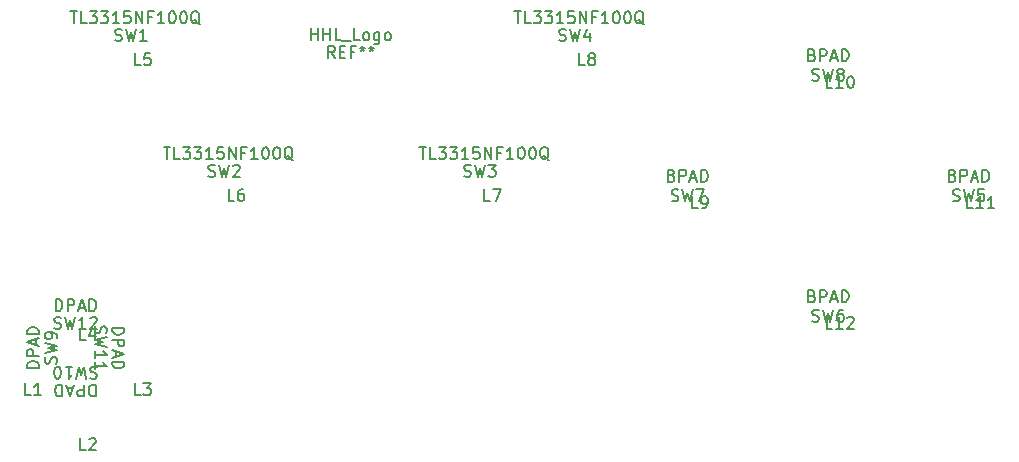
<source format=gbr>
G04 #@! TF.GenerationSoftware,KiCad,Pcbnew,7.0.6*
G04 #@! TF.CreationDate,2024-03-05T17:24:43-08:00*
G04 #@! TF.ProjectId,procon_button_board,70726f63-6f6e-45f6-9275-74746f6e5f62,rev?*
G04 #@! TF.SameCoordinates,Original*
G04 #@! TF.FileFunction,AssemblyDrawing,Top*
%FSLAX46Y46*%
G04 Gerber Fmt 4.6, Leading zero omitted, Abs format (unit mm)*
G04 Created by KiCad (PCBNEW 7.0.6) date 2024-03-05 17:24:43*
%MOMM*%
%LPD*%
G01*
G04 APERTURE LIST*
%ADD10C,0.150000*%
G04 APERTURE END LIST*
D10*
X156628952Y-121938019D02*
X157200380Y-121938019D01*
X156914666Y-122938019D02*
X156914666Y-121938019D01*
X158009904Y-122938019D02*
X157533714Y-122938019D01*
X157533714Y-122938019D02*
X157533714Y-121938019D01*
X158248000Y-121938019D02*
X158867047Y-121938019D01*
X158867047Y-121938019D02*
X158533714Y-122318971D01*
X158533714Y-122318971D02*
X158676571Y-122318971D01*
X158676571Y-122318971D02*
X158771809Y-122366590D01*
X158771809Y-122366590D02*
X158819428Y-122414209D01*
X158819428Y-122414209D02*
X158867047Y-122509447D01*
X158867047Y-122509447D02*
X158867047Y-122747542D01*
X158867047Y-122747542D02*
X158819428Y-122842780D01*
X158819428Y-122842780D02*
X158771809Y-122890400D01*
X158771809Y-122890400D02*
X158676571Y-122938019D01*
X158676571Y-122938019D02*
X158390857Y-122938019D01*
X158390857Y-122938019D02*
X158295619Y-122890400D01*
X158295619Y-122890400D02*
X158248000Y-122842780D01*
X159200381Y-121938019D02*
X159819428Y-121938019D01*
X159819428Y-121938019D02*
X159486095Y-122318971D01*
X159486095Y-122318971D02*
X159628952Y-122318971D01*
X159628952Y-122318971D02*
X159724190Y-122366590D01*
X159724190Y-122366590D02*
X159771809Y-122414209D01*
X159771809Y-122414209D02*
X159819428Y-122509447D01*
X159819428Y-122509447D02*
X159819428Y-122747542D01*
X159819428Y-122747542D02*
X159771809Y-122842780D01*
X159771809Y-122842780D02*
X159724190Y-122890400D01*
X159724190Y-122890400D02*
X159628952Y-122938019D01*
X159628952Y-122938019D02*
X159343238Y-122938019D01*
X159343238Y-122938019D02*
X159248000Y-122890400D01*
X159248000Y-122890400D02*
X159200381Y-122842780D01*
X160771809Y-122938019D02*
X160200381Y-122938019D01*
X160486095Y-122938019D02*
X160486095Y-121938019D01*
X160486095Y-121938019D02*
X160390857Y-122080876D01*
X160390857Y-122080876D02*
X160295619Y-122176114D01*
X160295619Y-122176114D02*
X160200381Y-122223733D01*
X161676571Y-121938019D02*
X161200381Y-121938019D01*
X161200381Y-121938019D02*
X161152762Y-122414209D01*
X161152762Y-122414209D02*
X161200381Y-122366590D01*
X161200381Y-122366590D02*
X161295619Y-122318971D01*
X161295619Y-122318971D02*
X161533714Y-122318971D01*
X161533714Y-122318971D02*
X161628952Y-122366590D01*
X161628952Y-122366590D02*
X161676571Y-122414209D01*
X161676571Y-122414209D02*
X161724190Y-122509447D01*
X161724190Y-122509447D02*
X161724190Y-122747542D01*
X161724190Y-122747542D02*
X161676571Y-122842780D01*
X161676571Y-122842780D02*
X161628952Y-122890400D01*
X161628952Y-122890400D02*
X161533714Y-122938019D01*
X161533714Y-122938019D02*
X161295619Y-122938019D01*
X161295619Y-122938019D02*
X161200381Y-122890400D01*
X161200381Y-122890400D02*
X161152762Y-122842780D01*
X162152762Y-122938019D02*
X162152762Y-121938019D01*
X162152762Y-121938019D02*
X162724190Y-122938019D01*
X162724190Y-122938019D02*
X162724190Y-121938019D01*
X163533714Y-122414209D02*
X163200381Y-122414209D01*
X163200381Y-122938019D02*
X163200381Y-121938019D01*
X163200381Y-121938019D02*
X163676571Y-121938019D01*
X164581333Y-122938019D02*
X164009905Y-122938019D01*
X164295619Y-122938019D02*
X164295619Y-121938019D01*
X164295619Y-121938019D02*
X164200381Y-122080876D01*
X164200381Y-122080876D02*
X164105143Y-122176114D01*
X164105143Y-122176114D02*
X164009905Y-122223733D01*
X165200381Y-121938019D02*
X165295619Y-121938019D01*
X165295619Y-121938019D02*
X165390857Y-121985638D01*
X165390857Y-121985638D02*
X165438476Y-122033257D01*
X165438476Y-122033257D02*
X165486095Y-122128495D01*
X165486095Y-122128495D02*
X165533714Y-122318971D01*
X165533714Y-122318971D02*
X165533714Y-122557066D01*
X165533714Y-122557066D02*
X165486095Y-122747542D01*
X165486095Y-122747542D02*
X165438476Y-122842780D01*
X165438476Y-122842780D02*
X165390857Y-122890400D01*
X165390857Y-122890400D02*
X165295619Y-122938019D01*
X165295619Y-122938019D02*
X165200381Y-122938019D01*
X165200381Y-122938019D02*
X165105143Y-122890400D01*
X165105143Y-122890400D02*
X165057524Y-122842780D01*
X165057524Y-122842780D02*
X165009905Y-122747542D01*
X165009905Y-122747542D02*
X164962286Y-122557066D01*
X164962286Y-122557066D02*
X164962286Y-122318971D01*
X164962286Y-122318971D02*
X165009905Y-122128495D01*
X165009905Y-122128495D02*
X165057524Y-122033257D01*
X165057524Y-122033257D02*
X165105143Y-121985638D01*
X165105143Y-121985638D02*
X165200381Y-121938019D01*
X166152762Y-121938019D02*
X166248000Y-121938019D01*
X166248000Y-121938019D02*
X166343238Y-121985638D01*
X166343238Y-121985638D02*
X166390857Y-122033257D01*
X166390857Y-122033257D02*
X166438476Y-122128495D01*
X166438476Y-122128495D02*
X166486095Y-122318971D01*
X166486095Y-122318971D02*
X166486095Y-122557066D01*
X166486095Y-122557066D02*
X166438476Y-122747542D01*
X166438476Y-122747542D02*
X166390857Y-122842780D01*
X166390857Y-122842780D02*
X166343238Y-122890400D01*
X166343238Y-122890400D02*
X166248000Y-122938019D01*
X166248000Y-122938019D02*
X166152762Y-122938019D01*
X166152762Y-122938019D02*
X166057524Y-122890400D01*
X166057524Y-122890400D02*
X166009905Y-122842780D01*
X166009905Y-122842780D02*
X165962286Y-122747542D01*
X165962286Y-122747542D02*
X165914667Y-122557066D01*
X165914667Y-122557066D02*
X165914667Y-122318971D01*
X165914667Y-122318971D02*
X165962286Y-122128495D01*
X165962286Y-122128495D02*
X166009905Y-122033257D01*
X166009905Y-122033257D02*
X166057524Y-121985638D01*
X166057524Y-121985638D02*
X166152762Y-121938019D01*
X167581333Y-123033257D02*
X167486095Y-122985638D01*
X167486095Y-122985638D02*
X167390857Y-122890400D01*
X167390857Y-122890400D02*
X167248000Y-122747542D01*
X167248000Y-122747542D02*
X167152762Y-122699923D01*
X167152762Y-122699923D02*
X167057524Y-122699923D01*
X167105143Y-122938019D02*
X167009905Y-122890400D01*
X167009905Y-122890400D02*
X166914667Y-122795161D01*
X166914667Y-122795161D02*
X166867048Y-122604685D01*
X166867048Y-122604685D02*
X166867048Y-122271352D01*
X166867048Y-122271352D02*
X166914667Y-122080876D01*
X166914667Y-122080876D02*
X167009905Y-121985638D01*
X167009905Y-121985638D02*
X167105143Y-121938019D01*
X167105143Y-121938019D02*
X167295619Y-121938019D01*
X167295619Y-121938019D02*
X167390857Y-121985638D01*
X167390857Y-121985638D02*
X167486095Y-122080876D01*
X167486095Y-122080876D02*
X167533714Y-122271352D01*
X167533714Y-122271352D02*
X167533714Y-122604685D01*
X167533714Y-122604685D02*
X167486095Y-122795161D01*
X167486095Y-122795161D02*
X167390857Y-122890400D01*
X167390857Y-122890400D02*
X167295619Y-122938019D01*
X167295619Y-122938019D02*
X167105143Y-122938019D01*
X160414667Y-124390400D02*
X160557524Y-124438019D01*
X160557524Y-124438019D02*
X160795619Y-124438019D01*
X160795619Y-124438019D02*
X160890857Y-124390400D01*
X160890857Y-124390400D02*
X160938476Y-124342780D01*
X160938476Y-124342780D02*
X160986095Y-124247542D01*
X160986095Y-124247542D02*
X160986095Y-124152304D01*
X160986095Y-124152304D02*
X160938476Y-124057066D01*
X160938476Y-124057066D02*
X160890857Y-124009447D01*
X160890857Y-124009447D02*
X160795619Y-123961828D01*
X160795619Y-123961828D02*
X160605143Y-123914209D01*
X160605143Y-123914209D02*
X160509905Y-123866590D01*
X160509905Y-123866590D02*
X160462286Y-123818971D01*
X160462286Y-123818971D02*
X160414667Y-123723733D01*
X160414667Y-123723733D02*
X160414667Y-123628495D01*
X160414667Y-123628495D02*
X160462286Y-123533257D01*
X160462286Y-123533257D02*
X160509905Y-123485638D01*
X160509905Y-123485638D02*
X160605143Y-123438019D01*
X160605143Y-123438019D02*
X160843238Y-123438019D01*
X160843238Y-123438019D02*
X160986095Y-123485638D01*
X161319429Y-123438019D02*
X161557524Y-124438019D01*
X161557524Y-124438019D02*
X161748000Y-123723733D01*
X161748000Y-123723733D02*
X161938476Y-124438019D01*
X161938476Y-124438019D02*
X162176572Y-123438019D01*
X162986095Y-123771352D02*
X162986095Y-124438019D01*
X162748000Y-123390400D02*
X162509905Y-124104685D01*
X162509905Y-124104685D02*
X163128952Y-124104685D01*
X126928952Y-133438019D02*
X127500380Y-133438019D01*
X127214666Y-134438019D02*
X127214666Y-133438019D01*
X128309904Y-134438019D02*
X127833714Y-134438019D01*
X127833714Y-134438019D02*
X127833714Y-133438019D01*
X128548000Y-133438019D02*
X129167047Y-133438019D01*
X129167047Y-133438019D02*
X128833714Y-133818971D01*
X128833714Y-133818971D02*
X128976571Y-133818971D01*
X128976571Y-133818971D02*
X129071809Y-133866590D01*
X129071809Y-133866590D02*
X129119428Y-133914209D01*
X129119428Y-133914209D02*
X129167047Y-134009447D01*
X129167047Y-134009447D02*
X129167047Y-134247542D01*
X129167047Y-134247542D02*
X129119428Y-134342780D01*
X129119428Y-134342780D02*
X129071809Y-134390400D01*
X129071809Y-134390400D02*
X128976571Y-134438019D01*
X128976571Y-134438019D02*
X128690857Y-134438019D01*
X128690857Y-134438019D02*
X128595619Y-134390400D01*
X128595619Y-134390400D02*
X128548000Y-134342780D01*
X129500381Y-133438019D02*
X130119428Y-133438019D01*
X130119428Y-133438019D02*
X129786095Y-133818971D01*
X129786095Y-133818971D02*
X129928952Y-133818971D01*
X129928952Y-133818971D02*
X130024190Y-133866590D01*
X130024190Y-133866590D02*
X130071809Y-133914209D01*
X130071809Y-133914209D02*
X130119428Y-134009447D01*
X130119428Y-134009447D02*
X130119428Y-134247542D01*
X130119428Y-134247542D02*
X130071809Y-134342780D01*
X130071809Y-134342780D02*
X130024190Y-134390400D01*
X130024190Y-134390400D02*
X129928952Y-134438019D01*
X129928952Y-134438019D02*
X129643238Y-134438019D01*
X129643238Y-134438019D02*
X129548000Y-134390400D01*
X129548000Y-134390400D02*
X129500381Y-134342780D01*
X131071809Y-134438019D02*
X130500381Y-134438019D01*
X130786095Y-134438019D02*
X130786095Y-133438019D01*
X130786095Y-133438019D02*
X130690857Y-133580876D01*
X130690857Y-133580876D02*
X130595619Y-133676114D01*
X130595619Y-133676114D02*
X130500381Y-133723733D01*
X131976571Y-133438019D02*
X131500381Y-133438019D01*
X131500381Y-133438019D02*
X131452762Y-133914209D01*
X131452762Y-133914209D02*
X131500381Y-133866590D01*
X131500381Y-133866590D02*
X131595619Y-133818971D01*
X131595619Y-133818971D02*
X131833714Y-133818971D01*
X131833714Y-133818971D02*
X131928952Y-133866590D01*
X131928952Y-133866590D02*
X131976571Y-133914209D01*
X131976571Y-133914209D02*
X132024190Y-134009447D01*
X132024190Y-134009447D02*
X132024190Y-134247542D01*
X132024190Y-134247542D02*
X131976571Y-134342780D01*
X131976571Y-134342780D02*
X131928952Y-134390400D01*
X131928952Y-134390400D02*
X131833714Y-134438019D01*
X131833714Y-134438019D02*
X131595619Y-134438019D01*
X131595619Y-134438019D02*
X131500381Y-134390400D01*
X131500381Y-134390400D02*
X131452762Y-134342780D01*
X132452762Y-134438019D02*
X132452762Y-133438019D01*
X132452762Y-133438019D02*
X133024190Y-134438019D01*
X133024190Y-134438019D02*
X133024190Y-133438019D01*
X133833714Y-133914209D02*
X133500381Y-133914209D01*
X133500381Y-134438019D02*
X133500381Y-133438019D01*
X133500381Y-133438019D02*
X133976571Y-133438019D01*
X134881333Y-134438019D02*
X134309905Y-134438019D01*
X134595619Y-134438019D02*
X134595619Y-133438019D01*
X134595619Y-133438019D02*
X134500381Y-133580876D01*
X134500381Y-133580876D02*
X134405143Y-133676114D01*
X134405143Y-133676114D02*
X134309905Y-133723733D01*
X135500381Y-133438019D02*
X135595619Y-133438019D01*
X135595619Y-133438019D02*
X135690857Y-133485638D01*
X135690857Y-133485638D02*
X135738476Y-133533257D01*
X135738476Y-133533257D02*
X135786095Y-133628495D01*
X135786095Y-133628495D02*
X135833714Y-133818971D01*
X135833714Y-133818971D02*
X135833714Y-134057066D01*
X135833714Y-134057066D02*
X135786095Y-134247542D01*
X135786095Y-134247542D02*
X135738476Y-134342780D01*
X135738476Y-134342780D02*
X135690857Y-134390400D01*
X135690857Y-134390400D02*
X135595619Y-134438019D01*
X135595619Y-134438019D02*
X135500381Y-134438019D01*
X135500381Y-134438019D02*
X135405143Y-134390400D01*
X135405143Y-134390400D02*
X135357524Y-134342780D01*
X135357524Y-134342780D02*
X135309905Y-134247542D01*
X135309905Y-134247542D02*
X135262286Y-134057066D01*
X135262286Y-134057066D02*
X135262286Y-133818971D01*
X135262286Y-133818971D02*
X135309905Y-133628495D01*
X135309905Y-133628495D02*
X135357524Y-133533257D01*
X135357524Y-133533257D02*
X135405143Y-133485638D01*
X135405143Y-133485638D02*
X135500381Y-133438019D01*
X136452762Y-133438019D02*
X136548000Y-133438019D01*
X136548000Y-133438019D02*
X136643238Y-133485638D01*
X136643238Y-133485638D02*
X136690857Y-133533257D01*
X136690857Y-133533257D02*
X136738476Y-133628495D01*
X136738476Y-133628495D02*
X136786095Y-133818971D01*
X136786095Y-133818971D02*
X136786095Y-134057066D01*
X136786095Y-134057066D02*
X136738476Y-134247542D01*
X136738476Y-134247542D02*
X136690857Y-134342780D01*
X136690857Y-134342780D02*
X136643238Y-134390400D01*
X136643238Y-134390400D02*
X136548000Y-134438019D01*
X136548000Y-134438019D02*
X136452762Y-134438019D01*
X136452762Y-134438019D02*
X136357524Y-134390400D01*
X136357524Y-134390400D02*
X136309905Y-134342780D01*
X136309905Y-134342780D02*
X136262286Y-134247542D01*
X136262286Y-134247542D02*
X136214667Y-134057066D01*
X136214667Y-134057066D02*
X136214667Y-133818971D01*
X136214667Y-133818971D02*
X136262286Y-133628495D01*
X136262286Y-133628495D02*
X136309905Y-133533257D01*
X136309905Y-133533257D02*
X136357524Y-133485638D01*
X136357524Y-133485638D02*
X136452762Y-133438019D01*
X137881333Y-134533257D02*
X137786095Y-134485638D01*
X137786095Y-134485638D02*
X137690857Y-134390400D01*
X137690857Y-134390400D02*
X137548000Y-134247542D01*
X137548000Y-134247542D02*
X137452762Y-134199923D01*
X137452762Y-134199923D02*
X137357524Y-134199923D01*
X137405143Y-134438019D02*
X137309905Y-134390400D01*
X137309905Y-134390400D02*
X137214667Y-134295161D01*
X137214667Y-134295161D02*
X137167048Y-134104685D01*
X137167048Y-134104685D02*
X137167048Y-133771352D01*
X137167048Y-133771352D02*
X137214667Y-133580876D01*
X137214667Y-133580876D02*
X137309905Y-133485638D01*
X137309905Y-133485638D02*
X137405143Y-133438019D01*
X137405143Y-133438019D02*
X137595619Y-133438019D01*
X137595619Y-133438019D02*
X137690857Y-133485638D01*
X137690857Y-133485638D02*
X137786095Y-133580876D01*
X137786095Y-133580876D02*
X137833714Y-133771352D01*
X137833714Y-133771352D02*
X137833714Y-134104685D01*
X137833714Y-134104685D02*
X137786095Y-134295161D01*
X137786095Y-134295161D02*
X137690857Y-134390400D01*
X137690857Y-134390400D02*
X137595619Y-134438019D01*
X137595619Y-134438019D02*
X137405143Y-134438019D01*
X130714667Y-135890400D02*
X130857524Y-135938019D01*
X130857524Y-135938019D02*
X131095619Y-135938019D01*
X131095619Y-135938019D02*
X131190857Y-135890400D01*
X131190857Y-135890400D02*
X131238476Y-135842780D01*
X131238476Y-135842780D02*
X131286095Y-135747542D01*
X131286095Y-135747542D02*
X131286095Y-135652304D01*
X131286095Y-135652304D02*
X131238476Y-135557066D01*
X131238476Y-135557066D02*
X131190857Y-135509447D01*
X131190857Y-135509447D02*
X131095619Y-135461828D01*
X131095619Y-135461828D02*
X130905143Y-135414209D01*
X130905143Y-135414209D02*
X130809905Y-135366590D01*
X130809905Y-135366590D02*
X130762286Y-135318971D01*
X130762286Y-135318971D02*
X130714667Y-135223733D01*
X130714667Y-135223733D02*
X130714667Y-135128495D01*
X130714667Y-135128495D02*
X130762286Y-135033257D01*
X130762286Y-135033257D02*
X130809905Y-134985638D01*
X130809905Y-134985638D02*
X130905143Y-134938019D01*
X130905143Y-134938019D02*
X131143238Y-134938019D01*
X131143238Y-134938019D02*
X131286095Y-134985638D01*
X131619429Y-134938019D02*
X131857524Y-135938019D01*
X131857524Y-135938019D02*
X132048000Y-135223733D01*
X132048000Y-135223733D02*
X132238476Y-135938019D01*
X132238476Y-135938019D02*
X132476572Y-134938019D01*
X132809905Y-135033257D02*
X132857524Y-134985638D01*
X132857524Y-134985638D02*
X132952762Y-134938019D01*
X132952762Y-134938019D02*
X133190857Y-134938019D01*
X133190857Y-134938019D02*
X133286095Y-134985638D01*
X133286095Y-134985638D02*
X133333714Y-135033257D01*
X133333714Y-135033257D02*
X133381333Y-135128495D01*
X133381333Y-135128495D02*
X133381333Y-135223733D01*
X133381333Y-135223733D02*
X133333714Y-135366590D01*
X133333714Y-135366590D02*
X132762286Y-135938019D01*
X132762286Y-135938019D02*
X133381333Y-135938019D01*
X132897333Y-137996819D02*
X132421143Y-137996819D01*
X132421143Y-137996819D02*
X132421143Y-136996819D01*
X133659238Y-136996819D02*
X133468762Y-136996819D01*
X133468762Y-136996819D02*
X133373524Y-137044438D01*
X133373524Y-137044438D02*
X133325905Y-137092057D01*
X133325905Y-137092057D02*
X133230667Y-137234914D01*
X133230667Y-137234914D02*
X133183048Y-137425390D01*
X133183048Y-137425390D02*
X133183048Y-137806342D01*
X133183048Y-137806342D02*
X133230667Y-137901580D01*
X133230667Y-137901580D02*
X133278286Y-137949200D01*
X133278286Y-137949200D02*
X133373524Y-137996819D01*
X133373524Y-137996819D02*
X133564000Y-137996819D01*
X133564000Y-137996819D02*
X133659238Y-137949200D01*
X133659238Y-137949200D02*
X133706857Y-137901580D01*
X133706857Y-137901580D02*
X133754476Y-137806342D01*
X133754476Y-137806342D02*
X133754476Y-137568247D01*
X133754476Y-137568247D02*
X133706857Y-137473009D01*
X133706857Y-137473009D02*
X133659238Y-137425390D01*
X133659238Y-137425390D02*
X133564000Y-137377771D01*
X133564000Y-137377771D02*
X133373524Y-137377771D01*
X133373524Y-137377771D02*
X133278286Y-137425390D01*
X133278286Y-137425390D02*
X133230667Y-137473009D01*
X133230667Y-137473009D02*
X133183048Y-137568247D01*
X119028952Y-121938019D02*
X119600380Y-121938019D01*
X119314666Y-122938019D02*
X119314666Y-121938019D01*
X120409904Y-122938019D02*
X119933714Y-122938019D01*
X119933714Y-122938019D02*
X119933714Y-121938019D01*
X120648000Y-121938019D02*
X121267047Y-121938019D01*
X121267047Y-121938019D02*
X120933714Y-122318971D01*
X120933714Y-122318971D02*
X121076571Y-122318971D01*
X121076571Y-122318971D02*
X121171809Y-122366590D01*
X121171809Y-122366590D02*
X121219428Y-122414209D01*
X121219428Y-122414209D02*
X121267047Y-122509447D01*
X121267047Y-122509447D02*
X121267047Y-122747542D01*
X121267047Y-122747542D02*
X121219428Y-122842780D01*
X121219428Y-122842780D02*
X121171809Y-122890400D01*
X121171809Y-122890400D02*
X121076571Y-122938019D01*
X121076571Y-122938019D02*
X120790857Y-122938019D01*
X120790857Y-122938019D02*
X120695619Y-122890400D01*
X120695619Y-122890400D02*
X120648000Y-122842780D01*
X121600381Y-121938019D02*
X122219428Y-121938019D01*
X122219428Y-121938019D02*
X121886095Y-122318971D01*
X121886095Y-122318971D02*
X122028952Y-122318971D01*
X122028952Y-122318971D02*
X122124190Y-122366590D01*
X122124190Y-122366590D02*
X122171809Y-122414209D01*
X122171809Y-122414209D02*
X122219428Y-122509447D01*
X122219428Y-122509447D02*
X122219428Y-122747542D01*
X122219428Y-122747542D02*
X122171809Y-122842780D01*
X122171809Y-122842780D02*
X122124190Y-122890400D01*
X122124190Y-122890400D02*
X122028952Y-122938019D01*
X122028952Y-122938019D02*
X121743238Y-122938019D01*
X121743238Y-122938019D02*
X121648000Y-122890400D01*
X121648000Y-122890400D02*
X121600381Y-122842780D01*
X123171809Y-122938019D02*
X122600381Y-122938019D01*
X122886095Y-122938019D02*
X122886095Y-121938019D01*
X122886095Y-121938019D02*
X122790857Y-122080876D01*
X122790857Y-122080876D02*
X122695619Y-122176114D01*
X122695619Y-122176114D02*
X122600381Y-122223733D01*
X124076571Y-121938019D02*
X123600381Y-121938019D01*
X123600381Y-121938019D02*
X123552762Y-122414209D01*
X123552762Y-122414209D02*
X123600381Y-122366590D01*
X123600381Y-122366590D02*
X123695619Y-122318971D01*
X123695619Y-122318971D02*
X123933714Y-122318971D01*
X123933714Y-122318971D02*
X124028952Y-122366590D01*
X124028952Y-122366590D02*
X124076571Y-122414209D01*
X124076571Y-122414209D02*
X124124190Y-122509447D01*
X124124190Y-122509447D02*
X124124190Y-122747542D01*
X124124190Y-122747542D02*
X124076571Y-122842780D01*
X124076571Y-122842780D02*
X124028952Y-122890400D01*
X124028952Y-122890400D02*
X123933714Y-122938019D01*
X123933714Y-122938019D02*
X123695619Y-122938019D01*
X123695619Y-122938019D02*
X123600381Y-122890400D01*
X123600381Y-122890400D02*
X123552762Y-122842780D01*
X124552762Y-122938019D02*
X124552762Y-121938019D01*
X124552762Y-121938019D02*
X125124190Y-122938019D01*
X125124190Y-122938019D02*
X125124190Y-121938019D01*
X125933714Y-122414209D02*
X125600381Y-122414209D01*
X125600381Y-122938019D02*
X125600381Y-121938019D01*
X125600381Y-121938019D02*
X126076571Y-121938019D01*
X126981333Y-122938019D02*
X126409905Y-122938019D01*
X126695619Y-122938019D02*
X126695619Y-121938019D01*
X126695619Y-121938019D02*
X126600381Y-122080876D01*
X126600381Y-122080876D02*
X126505143Y-122176114D01*
X126505143Y-122176114D02*
X126409905Y-122223733D01*
X127600381Y-121938019D02*
X127695619Y-121938019D01*
X127695619Y-121938019D02*
X127790857Y-121985638D01*
X127790857Y-121985638D02*
X127838476Y-122033257D01*
X127838476Y-122033257D02*
X127886095Y-122128495D01*
X127886095Y-122128495D02*
X127933714Y-122318971D01*
X127933714Y-122318971D02*
X127933714Y-122557066D01*
X127933714Y-122557066D02*
X127886095Y-122747542D01*
X127886095Y-122747542D02*
X127838476Y-122842780D01*
X127838476Y-122842780D02*
X127790857Y-122890400D01*
X127790857Y-122890400D02*
X127695619Y-122938019D01*
X127695619Y-122938019D02*
X127600381Y-122938019D01*
X127600381Y-122938019D02*
X127505143Y-122890400D01*
X127505143Y-122890400D02*
X127457524Y-122842780D01*
X127457524Y-122842780D02*
X127409905Y-122747542D01*
X127409905Y-122747542D02*
X127362286Y-122557066D01*
X127362286Y-122557066D02*
X127362286Y-122318971D01*
X127362286Y-122318971D02*
X127409905Y-122128495D01*
X127409905Y-122128495D02*
X127457524Y-122033257D01*
X127457524Y-122033257D02*
X127505143Y-121985638D01*
X127505143Y-121985638D02*
X127600381Y-121938019D01*
X128552762Y-121938019D02*
X128648000Y-121938019D01*
X128648000Y-121938019D02*
X128743238Y-121985638D01*
X128743238Y-121985638D02*
X128790857Y-122033257D01*
X128790857Y-122033257D02*
X128838476Y-122128495D01*
X128838476Y-122128495D02*
X128886095Y-122318971D01*
X128886095Y-122318971D02*
X128886095Y-122557066D01*
X128886095Y-122557066D02*
X128838476Y-122747542D01*
X128838476Y-122747542D02*
X128790857Y-122842780D01*
X128790857Y-122842780D02*
X128743238Y-122890400D01*
X128743238Y-122890400D02*
X128648000Y-122938019D01*
X128648000Y-122938019D02*
X128552762Y-122938019D01*
X128552762Y-122938019D02*
X128457524Y-122890400D01*
X128457524Y-122890400D02*
X128409905Y-122842780D01*
X128409905Y-122842780D02*
X128362286Y-122747542D01*
X128362286Y-122747542D02*
X128314667Y-122557066D01*
X128314667Y-122557066D02*
X128314667Y-122318971D01*
X128314667Y-122318971D02*
X128362286Y-122128495D01*
X128362286Y-122128495D02*
X128409905Y-122033257D01*
X128409905Y-122033257D02*
X128457524Y-121985638D01*
X128457524Y-121985638D02*
X128552762Y-121938019D01*
X129981333Y-123033257D02*
X129886095Y-122985638D01*
X129886095Y-122985638D02*
X129790857Y-122890400D01*
X129790857Y-122890400D02*
X129648000Y-122747542D01*
X129648000Y-122747542D02*
X129552762Y-122699923D01*
X129552762Y-122699923D02*
X129457524Y-122699923D01*
X129505143Y-122938019D02*
X129409905Y-122890400D01*
X129409905Y-122890400D02*
X129314667Y-122795161D01*
X129314667Y-122795161D02*
X129267048Y-122604685D01*
X129267048Y-122604685D02*
X129267048Y-122271352D01*
X129267048Y-122271352D02*
X129314667Y-122080876D01*
X129314667Y-122080876D02*
X129409905Y-121985638D01*
X129409905Y-121985638D02*
X129505143Y-121938019D01*
X129505143Y-121938019D02*
X129695619Y-121938019D01*
X129695619Y-121938019D02*
X129790857Y-121985638D01*
X129790857Y-121985638D02*
X129886095Y-122080876D01*
X129886095Y-122080876D02*
X129933714Y-122271352D01*
X129933714Y-122271352D02*
X129933714Y-122604685D01*
X129933714Y-122604685D02*
X129886095Y-122795161D01*
X129886095Y-122795161D02*
X129790857Y-122890400D01*
X129790857Y-122890400D02*
X129695619Y-122938019D01*
X129695619Y-122938019D02*
X129505143Y-122938019D01*
X122814667Y-124390400D02*
X122957524Y-124438019D01*
X122957524Y-124438019D02*
X123195619Y-124438019D01*
X123195619Y-124438019D02*
X123290857Y-124390400D01*
X123290857Y-124390400D02*
X123338476Y-124342780D01*
X123338476Y-124342780D02*
X123386095Y-124247542D01*
X123386095Y-124247542D02*
X123386095Y-124152304D01*
X123386095Y-124152304D02*
X123338476Y-124057066D01*
X123338476Y-124057066D02*
X123290857Y-124009447D01*
X123290857Y-124009447D02*
X123195619Y-123961828D01*
X123195619Y-123961828D02*
X123005143Y-123914209D01*
X123005143Y-123914209D02*
X122909905Y-123866590D01*
X122909905Y-123866590D02*
X122862286Y-123818971D01*
X122862286Y-123818971D02*
X122814667Y-123723733D01*
X122814667Y-123723733D02*
X122814667Y-123628495D01*
X122814667Y-123628495D02*
X122862286Y-123533257D01*
X122862286Y-123533257D02*
X122909905Y-123485638D01*
X122909905Y-123485638D02*
X123005143Y-123438019D01*
X123005143Y-123438019D02*
X123243238Y-123438019D01*
X123243238Y-123438019D02*
X123386095Y-123485638D01*
X123719429Y-123438019D02*
X123957524Y-124438019D01*
X123957524Y-124438019D02*
X124148000Y-123723733D01*
X124148000Y-123723733D02*
X124338476Y-124438019D01*
X124338476Y-124438019D02*
X124576572Y-123438019D01*
X125481333Y-124438019D02*
X124909905Y-124438019D01*
X125195619Y-124438019D02*
X125195619Y-123438019D01*
X125195619Y-123438019D02*
X125100381Y-123580876D01*
X125100381Y-123580876D02*
X125005143Y-123676114D01*
X125005143Y-123676114D02*
X124909905Y-123723733D01*
X120327333Y-149781819D02*
X119851143Y-149781819D01*
X119851143Y-149781819D02*
X119851143Y-148781819D01*
X121089238Y-149115152D02*
X121089238Y-149781819D01*
X120851143Y-148734200D02*
X120613048Y-149448485D01*
X120613048Y-149448485D02*
X121232095Y-149448485D01*
X120327333Y-159081819D02*
X119851143Y-159081819D01*
X119851143Y-159081819D02*
X119851143Y-158081819D01*
X120613048Y-158177057D02*
X120660667Y-158129438D01*
X120660667Y-158129438D02*
X120755905Y-158081819D01*
X120755905Y-158081819D02*
X120994000Y-158081819D01*
X120994000Y-158081819D02*
X121089238Y-158129438D01*
X121089238Y-158129438D02*
X121136857Y-158177057D01*
X121136857Y-158177057D02*
X121184476Y-158272295D01*
X121184476Y-158272295D02*
X121184476Y-158367533D01*
X121184476Y-158367533D02*
X121136857Y-158510390D01*
X121136857Y-158510390D02*
X120565429Y-159081819D01*
X120565429Y-159081819D02*
X121184476Y-159081819D01*
X183551142Y-148806819D02*
X183074952Y-148806819D01*
X183074952Y-148806819D02*
X183074952Y-147806819D01*
X184408285Y-148806819D02*
X183836857Y-148806819D01*
X184122571Y-148806819D02*
X184122571Y-147806819D01*
X184122571Y-147806819D02*
X184027333Y-147949676D01*
X184027333Y-147949676D02*
X183932095Y-148044914D01*
X183932095Y-148044914D02*
X183836857Y-148092533D01*
X184789238Y-147902057D02*
X184836857Y-147854438D01*
X184836857Y-147854438D02*
X184932095Y-147806819D01*
X184932095Y-147806819D02*
X185170190Y-147806819D01*
X185170190Y-147806819D02*
X185265428Y-147854438D01*
X185265428Y-147854438D02*
X185313047Y-147902057D01*
X185313047Y-147902057D02*
X185360666Y-147997295D01*
X185360666Y-147997295D02*
X185360666Y-148092533D01*
X185360666Y-148092533D02*
X185313047Y-148235390D01*
X185313047Y-148235390D02*
X184741619Y-148806819D01*
X184741619Y-148806819D02*
X185360666Y-148806819D01*
X124997333Y-126496819D02*
X124521143Y-126496819D01*
X124521143Y-126496819D02*
X124521143Y-125496819D01*
X125806857Y-125496819D02*
X125330667Y-125496819D01*
X125330667Y-125496819D02*
X125283048Y-125973009D01*
X125283048Y-125973009D02*
X125330667Y-125925390D01*
X125330667Y-125925390D02*
X125425905Y-125877771D01*
X125425905Y-125877771D02*
X125664000Y-125877771D01*
X125664000Y-125877771D02*
X125759238Y-125925390D01*
X125759238Y-125925390D02*
X125806857Y-125973009D01*
X125806857Y-125973009D02*
X125854476Y-126068247D01*
X125854476Y-126068247D02*
X125854476Y-126306342D01*
X125854476Y-126306342D02*
X125806857Y-126401580D01*
X125806857Y-126401580D02*
X125759238Y-126449200D01*
X125759238Y-126449200D02*
X125664000Y-126496819D01*
X125664000Y-126496819D02*
X125425905Y-126496819D01*
X125425905Y-126496819D02*
X125330667Y-126449200D01*
X125330667Y-126449200D02*
X125283048Y-126401580D01*
X139390857Y-124382819D02*
X139390857Y-123382819D01*
X139390857Y-123859009D02*
X139962285Y-123859009D01*
X139962285Y-124382819D02*
X139962285Y-123382819D01*
X140438476Y-124382819D02*
X140438476Y-123382819D01*
X140438476Y-123859009D02*
X141009904Y-123859009D01*
X141009904Y-124382819D02*
X141009904Y-123382819D01*
X141962285Y-124382819D02*
X141486095Y-124382819D01*
X141486095Y-124382819D02*
X141486095Y-123382819D01*
X142057524Y-124478057D02*
X142819428Y-124478057D01*
X143533714Y-124382819D02*
X143057524Y-124382819D01*
X143057524Y-124382819D02*
X143057524Y-123382819D01*
X144009905Y-124382819D02*
X143914667Y-124335200D01*
X143914667Y-124335200D02*
X143867048Y-124287580D01*
X143867048Y-124287580D02*
X143819429Y-124192342D01*
X143819429Y-124192342D02*
X143819429Y-123906628D01*
X143819429Y-123906628D02*
X143867048Y-123811390D01*
X143867048Y-123811390D02*
X143914667Y-123763771D01*
X143914667Y-123763771D02*
X144009905Y-123716152D01*
X144009905Y-123716152D02*
X144152762Y-123716152D01*
X144152762Y-123716152D02*
X144248000Y-123763771D01*
X144248000Y-123763771D02*
X144295619Y-123811390D01*
X144295619Y-123811390D02*
X144343238Y-123906628D01*
X144343238Y-123906628D02*
X144343238Y-124192342D01*
X144343238Y-124192342D02*
X144295619Y-124287580D01*
X144295619Y-124287580D02*
X144248000Y-124335200D01*
X144248000Y-124335200D02*
X144152762Y-124382819D01*
X144152762Y-124382819D02*
X144009905Y-124382819D01*
X145200381Y-123716152D02*
X145200381Y-124525676D01*
X145200381Y-124525676D02*
X145152762Y-124620914D01*
X145152762Y-124620914D02*
X145105143Y-124668533D01*
X145105143Y-124668533D02*
X145009905Y-124716152D01*
X145009905Y-124716152D02*
X144867048Y-124716152D01*
X144867048Y-124716152D02*
X144771810Y-124668533D01*
X145200381Y-124335200D02*
X145105143Y-124382819D01*
X145105143Y-124382819D02*
X144914667Y-124382819D01*
X144914667Y-124382819D02*
X144819429Y-124335200D01*
X144819429Y-124335200D02*
X144771810Y-124287580D01*
X144771810Y-124287580D02*
X144724191Y-124192342D01*
X144724191Y-124192342D02*
X144724191Y-123906628D01*
X144724191Y-123906628D02*
X144771810Y-123811390D01*
X144771810Y-123811390D02*
X144819429Y-123763771D01*
X144819429Y-123763771D02*
X144914667Y-123716152D01*
X144914667Y-123716152D02*
X145105143Y-123716152D01*
X145105143Y-123716152D02*
X145200381Y-123763771D01*
X145819429Y-124382819D02*
X145724191Y-124335200D01*
X145724191Y-124335200D02*
X145676572Y-124287580D01*
X145676572Y-124287580D02*
X145628953Y-124192342D01*
X145628953Y-124192342D02*
X145628953Y-123906628D01*
X145628953Y-123906628D02*
X145676572Y-123811390D01*
X145676572Y-123811390D02*
X145724191Y-123763771D01*
X145724191Y-123763771D02*
X145819429Y-123716152D01*
X145819429Y-123716152D02*
X145962286Y-123716152D01*
X145962286Y-123716152D02*
X146057524Y-123763771D01*
X146057524Y-123763771D02*
X146105143Y-123811390D01*
X146105143Y-123811390D02*
X146152762Y-123906628D01*
X146152762Y-123906628D02*
X146152762Y-124192342D01*
X146152762Y-124192342D02*
X146105143Y-124287580D01*
X146105143Y-124287580D02*
X146057524Y-124335200D01*
X146057524Y-124335200D02*
X145962286Y-124382819D01*
X145962286Y-124382819D02*
X145819429Y-124382819D01*
X141414666Y-125882819D02*
X141081333Y-125406628D01*
X140843238Y-125882819D02*
X140843238Y-124882819D01*
X140843238Y-124882819D02*
X141224190Y-124882819D01*
X141224190Y-124882819D02*
X141319428Y-124930438D01*
X141319428Y-124930438D02*
X141367047Y-124978057D01*
X141367047Y-124978057D02*
X141414666Y-125073295D01*
X141414666Y-125073295D02*
X141414666Y-125216152D01*
X141414666Y-125216152D02*
X141367047Y-125311390D01*
X141367047Y-125311390D02*
X141319428Y-125359009D01*
X141319428Y-125359009D02*
X141224190Y-125406628D01*
X141224190Y-125406628D02*
X140843238Y-125406628D01*
X141843238Y-125359009D02*
X142176571Y-125359009D01*
X142319428Y-125882819D02*
X141843238Y-125882819D01*
X141843238Y-125882819D02*
X141843238Y-124882819D01*
X141843238Y-124882819D02*
X142319428Y-124882819D01*
X143081333Y-125359009D02*
X142748000Y-125359009D01*
X142748000Y-125882819D02*
X142748000Y-124882819D01*
X142748000Y-124882819D02*
X143224190Y-124882819D01*
X143748000Y-124882819D02*
X143748000Y-125120914D01*
X143509905Y-125025676D02*
X143748000Y-125120914D01*
X143748000Y-125120914D02*
X143986095Y-125025676D01*
X143605143Y-125311390D02*
X143748000Y-125120914D01*
X143748000Y-125120914D02*
X143890857Y-125311390D01*
X144509905Y-124882819D02*
X144509905Y-125120914D01*
X144271810Y-125025676D02*
X144509905Y-125120914D01*
X144509905Y-125120914D02*
X144748000Y-125025676D01*
X144367048Y-125311390D02*
X144509905Y-125120914D01*
X144509905Y-125120914D02*
X144652762Y-125311390D01*
X172127333Y-138606819D02*
X171651143Y-138606819D01*
X171651143Y-138606819D02*
X171651143Y-137606819D01*
X172508286Y-138606819D02*
X172698762Y-138606819D01*
X172698762Y-138606819D02*
X172794000Y-138559200D01*
X172794000Y-138559200D02*
X172841619Y-138511580D01*
X172841619Y-138511580D02*
X172936857Y-138368723D01*
X172936857Y-138368723D02*
X172984476Y-138178247D01*
X172984476Y-138178247D02*
X172984476Y-137797295D01*
X172984476Y-137797295D02*
X172936857Y-137702057D01*
X172936857Y-137702057D02*
X172889238Y-137654438D01*
X172889238Y-137654438D02*
X172794000Y-137606819D01*
X172794000Y-137606819D02*
X172603524Y-137606819D01*
X172603524Y-137606819D02*
X172508286Y-137654438D01*
X172508286Y-137654438D02*
X172460667Y-137702057D01*
X172460667Y-137702057D02*
X172413048Y-137797295D01*
X172413048Y-137797295D02*
X172413048Y-138035390D01*
X172413048Y-138035390D02*
X172460667Y-138130628D01*
X172460667Y-138130628D02*
X172508286Y-138178247D01*
X172508286Y-138178247D02*
X172603524Y-138225866D01*
X172603524Y-138225866D02*
X172794000Y-138225866D01*
X172794000Y-138225866D02*
X172889238Y-138178247D01*
X172889238Y-138178247D02*
X172936857Y-138130628D01*
X172936857Y-138130628D02*
X172984476Y-138035390D01*
X121168475Y-153530580D02*
X121168475Y-154530580D01*
X121168475Y-154530580D02*
X120930380Y-154530580D01*
X120930380Y-154530580D02*
X120787523Y-154482961D01*
X120787523Y-154482961D02*
X120692285Y-154387723D01*
X120692285Y-154387723D02*
X120644666Y-154292485D01*
X120644666Y-154292485D02*
X120597047Y-154102009D01*
X120597047Y-154102009D02*
X120597047Y-153959152D01*
X120597047Y-153959152D02*
X120644666Y-153768676D01*
X120644666Y-153768676D02*
X120692285Y-153673438D01*
X120692285Y-153673438D02*
X120787523Y-153578200D01*
X120787523Y-153578200D02*
X120930380Y-153530580D01*
X120930380Y-153530580D02*
X121168475Y-153530580D01*
X120168475Y-153530580D02*
X120168475Y-154530580D01*
X120168475Y-154530580D02*
X119787523Y-154530580D01*
X119787523Y-154530580D02*
X119692285Y-154482961D01*
X119692285Y-154482961D02*
X119644666Y-154435342D01*
X119644666Y-154435342D02*
X119597047Y-154340104D01*
X119597047Y-154340104D02*
X119597047Y-154197247D01*
X119597047Y-154197247D02*
X119644666Y-154102009D01*
X119644666Y-154102009D02*
X119692285Y-154054390D01*
X119692285Y-154054390D02*
X119787523Y-154006771D01*
X119787523Y-154006771D02*
X120168475Y-154006771D01*
X119216094Y-153816295D02*
X118739904Y-153816295D01*
X119311332Y-153530580D02*
X118977999Y-154530580D01*
X118977999Y-154530580D02*
X118644666Y-153530580D01*
X118311332Y-153530580D02*
X118311332Y-154530580D01*
X118311332Y-154530580D02*
X118073237Y-154530580D01*
X118073237Y-154530580D02*
X117930380Y-154482961D01*
X117930380Y-154482961D02*
X117835142Y-154387723D01*
X117835142Y-154387723D02*
X117787523Y-154292485D01*
X117787523Y-154292485D02*
X117739904Y-154102009D01*
X117739904Y-154102009D02*
X117739904Y-153959152D01*
X117739904Y-153959152D02*
X117787523Y-153768676D01*
X117787523Y-153768676D02*
X117835142Y-153673438D01*
X117835142Y-153673438D02*
X117930380Y-153578200D01*
X117930380Y-153578200D02*
X118073237Y-153530580D01*
X118073237Y-153530580D02*
X118311332Y-153530580D01*
X121287523Y-152078200D02*
X121144666Y-152030580D01*
X121144666Y-152030580D02*
X120906571Y-152030580D01*
X120906571Y-152030580D02*
X120811333Y-152078200D01*
X120811333Y-152078200D02*
X120763714Y-152125819D01*
X120763714Y-152125819D02*
X120716095Y-152221057D01*
X120716095Y-152221057D02*
X120716095Y-152316295D01*
X120716095Y-152316295D02*
X120763714Y-152411533D01*
X120763714Y-152411533D02*
X120811333Y-152459152D01*
X120811333Y-152459152D02*
X120906571Y-152506771D01*
X120906571Y-152506771D02*
X121097047Y-152554390D01*
X121097047Y-152554390D02*
X121192285Y-152602009D01*
X121192285Y-152602009D02*
X121239904Y-152649628D01*
X121239904Y-152649628D02*
X121287523Y-152744866D01*
X121287523Y-152744866D02*
X121287523Y-152840104D01*
X121287523Y-152840104D02*
X121239904Y-152935342D01*
X121239904Y-152935342D02*
X121192285Y-152982961D01*
X121192285Y-152982961D02*
X121097047Y-153030580D01*
X121097047Y-153030580D02*
X120858952Y-153030580D01*
X120858952Y-153030580D02*
X120716095Y-152982961D01*
X120382761Y-153030580D02*
X120144666Y-152030580D01*
X120144666Y-152030580D02*
X119954190Y-152744866D01*
X119954190Y-152744866D02*
X119763714Y-152030580D01*
X119763714Y-152030580D02*
X119525619Y-153030580D01*
X118620857Y-152030580D02*
X119192285Y-152030580D01*
X118906571Y-152030580D02*
X118906571Y-153030580D01*
X118906571Y-153030580D02*
X119001809Y-152887723D01*
X119001809Y-152887723D02*
X119097047Y-152792485D01*
X119097047Y-152792485D02*
X119192285Y-152744866D01*
X118001809Y-153030580D02*
X117906571Y-153030580D01*
X117906571Y-153030580D02*
X117811333Y-152982961D01*
X117811333Y-152982961D02*
X117763714Y-152935342D01*
X117763714Y-152935342D02*
X117716095Y-152840104D01*
X117716095Y-152840104D02*
X117668476Y-152649628D01*
X117668476Y-152649628D02*
X117668476Y-152411533D01*
X117668476Y-152411533D02*
X117716095Y-152221057D01*
X117716095Y-152221057D02*
X117763714Y-152125819D01*
X117763714Y-152125819D02*
X117811333Y-152078200D01*
X117811333Y-152078200D02*
X117906571Y-152030580D01*
X117906571Y-152030580D02*
X118001809Y-152030580D01*
X118001809Y-152030580D02*
X118097047Y-152078200D01*
X118097047Y-152078200D02*
X118144666Y-152125819D01*
X118144666Y-152125819D02*
X118192285Y-152221057D01*
X118192285Y-152221057D02*
X118239904Y-152411533D01*
X118239904Y-152411533D02*
X118239904Y-152649628D01*
X118239904Y-152649628D02*
X118192285Y-152840104D01*
X118192285Y-152840104D02*
X118144666Y-152935342D01*
X118144666Y-152935342D02*
X118097047Y-152982961D01*
X118097047Y-152982961D02*
X118001809Y-153030580D01*
X115677333Y-154431819D02*
X115201143Y-154431819D01*
X115201143Y-154431819D02*
X115201143Y-153431819D01*
X116534476Y-154431819D02*
X115963048Y-154431819D01*
X116248762Y-154431819D02*
X116248762Y-153431819D01*
X116248762Y-153431819D02*
X116153524Y-153574676D01*
X116153524Y-153574676D02*
X116058286Y-153669914D01*
X116058286Y-153669914D02*
X115963048Y-153717533D01*
X124977333Y-154431819D02*
X124501143Y-154431819D01*
X124501143Y-154431819D02*
X124501143Y-153431819D01*
X125215429Y-153431819D02*
X125834476Y-153431819D01*
X125834476Y-153431819D02*
X125501143Y-153812771D01*
X125501143Y-153812771D02*
X125644000Y-153812771D01*
X125644000Y-153812771D02*
X125739238Y-153860390D01*
X125739238Y-153860390D02*
X125786857Y-153908009D01*
X125786857Y-153908009D02*
X125834476Y-154003247D01*
X125834476Y-154003247D02*
X125834476Y-154241342D01*
X125834476Y-154241342D02*
X125786857Y-154336580D01*
X125786857Y-154336580D02*
X125739238Y-154384200D01*
X125739238Y-154384200D02*
X125644000Y-154431819D01*
X125644000Y-154431819D02*
X125358286Y-154431819D01*
X125358286Y-154431819D02*
X125263048Y-154384200D01*
X125263048Y-154384200D02*
X125215429Y-154336580D01*
X195451142Y-138606819D02*
X194974952Y-138606819D01*
X194974952Y-138606819D02*
X194974952Y-137606819D01*
X196308285Y-138606819D02*
X195736857Y-138606819D01*
X196022571Y-138606819D02*
X196022571Y-137606819D01*
X196022571Y-137606819D02*
X195927333Y-137749676D01*
X195927333Y-137749676D02*
X195832095Y-137844914D01*
X195832095Y-137844914D02*
X195736857Y-137892533D01*
X197260666Y-138606819D02*
X196689238Y-138606819D01*
X196974952Y-138606819D02*
X196974952Y-137606819D01*
X196974952Y-137606819D02*
X196879714Y-137749676D01*
X196879714Y-137749676D02*
X196784476Y-137844914D01*
X196784476Y-137844914D02*
X196689238Y-137892533D01*
X154547333Y-137996819D02*
X154071143Y-137996819D01*
X154071143Y-137996819D02*
X154071143Y-136996819D01*
X154785429Y-136996819D02*
X155452095Y-136996819D01*
X155452095Y-136996819D02*
X155023524Y-137996819D01*
X169920857Y-135830209D02*
X170063714Y-135877828D01*
X170063714Y-135877828D02*
X170111333Y-135925447D01*
X170111333Y-135925447D02*
X170158952Y-136020685D01*
X170158952Y-136020685D02*
X170158952Y-136163542D01*
X170158952Y-136163542D02*
X170111333Y-136258780D01*
X170111333Y-136258780D02*
X170063714Y-136306400D01*
X170063714Y-136306400D02*
X169968476Y-136354019D01*
X169968476Y-136354019D02*
X169587524Y-136354019D01*
X169587524Y-136354019D02*
X169587524Y-135354019D01*
X169587524Y-135354019D02*
X169920857Y-135354019D01*
X169920857Y-135354019D02*
X170016095Y-135401638D01*
X170016095Y-135401638D02*
X170063714Y-135449257D01*
X170063714Y-135449257D02*
X170111333Y-135544495D01*
X170111333Y-135544495D02*
X170111333Y-135639733D01*
X170111333Y-135639733D02*
X170063714Y-135734971D01*
X170063714Y-135734971D02*
X170016095Y-135782590D01*
X170016095Y-135782590D02*
X169920857Y-135830209D01*
X169920857Y-135830209D02*
X169587524Y-135830209D01*
X170587524Y-136354019D02*
X170587524Y-135354019D01*
X170587524Y-135354019D02*
X170968476Y-135354019D01*
X170968476Y-135354019D02*
X171063714Y-135401638D01*
X171063714Y-135401638D02*
X171111333Y-135449257D01*
X171111333Y-135449257D02*
X171158952Y-135544495D01*
X171158952Y-135544495D02*
X171158952Y-135687352D01*
X171158952Y-135687352D02*
X171111333Y-135782590D01*
X171111333Y-135782590D02*
X171063714Y-135830209D01*
X171063714Y-135830209D02*
X170968476Y-135877828D01*
X170968476Y-135877828D02*
X170587524Y-135877828D01*
X171539905Y-136068304D02*
X172016095Y-136068304D01*
X171444667Y-136354019D02*
X171778000Y-135354019D01*
X171778000Y-135354019D02*
X172111333Y-136354019D01*
X172444667Y-136354019D02*
X172444667Y-135354019D01*
X172444667Y-135354019D02*
X172682762Y-135354019D01*
X172682762Y-135354019D02*
X172825619Y-135401638D01*
X172825619Y-135401638D02*
X172920857Y-135496876D01*
X172920857Y-135496876D02*
X172968476Y-135592114D01*
X172968476Y-135592114D02*
X173016095Y-135782590D01*
X173016095Y-135782590D02*
X173016095Y-135925447D01*
X173016095Y-135925447D02*
X172968476Y-136115923D01*
X172968476Y-136115923D02*
X172920857Y-136211161D01*
X172920857Y-136211161D02*
X172825619Y-136306400D01*
X172825619Y-136306400D02*
X172682762Y-136354019D01*
X172682762Y-136354019D02*
X172444667Y-136354019D01*
X169944667Y-137957400D02*
X170087524Y-138005019D01*
X170087524Y-138005019D02*
X170325619Y-138005019D01*
X170325619Y-138005019D02*
X170420857Y-137957400D01*
X170420857Y-137957400D02*
X170468476Y-137909780D01*
X170468476Y-137909780D02*
X170516095Y-137814542D01*
X170516095Y-137814542D02*
X170516095Y-137719304D01*
X170516095Y-137719304D02*
X170468476Y-137624066D01*
X170468476Y-137624066D02*
X170420857Y-137576447D01*
X170420857Y-137576447D02*
X170325619Y-137528828D01*
X170325619Y-137528828D02*
X170135143Y-137481209D01*
X170135143Y-137481209D02*
X170039905Y-137433590D01*
X170039905Y-137433590D02*
X169992286Y-137385971D01*
X169992286Y-137385971D02*
X169944667Y-137290733D01*
X169944667Y-137290733D02*
X169944667Y-137195495D01*
X169944667Y-137195495D02*
X169992286Y-137100257D01*
X169992286Y-137100257D02*
X170039905Y-137052638D01*
X170039905Y-137052638D02*
X170135143Y-137005019D01*
X170135143Y-137005019D02*
X170373238Y-137005019D01*
X170373238Y-137005019D02*
X170516095Y-137052638D01*
X170849429Y-137005019D02*
X171087524Y-138005019D01*
X171087524Y-138005019D02*
X171278000Y-137290733D01*
X171278000Y-137290733D02*
X171468476Y-138005019D01*
X171468476Y-138005019D02*
X171706572Y-137005019D01*
X171992286Y-137005019D02*
X172658952Y-137005019D01*
X172658952Y-137005019D02*
X172230381Y-138005019D01*
X183551142Y-128406819D02*
X183074952Y-128406819D01*
X183074952Y-128406819D02*
X183074952Y-127406819D01*
X184408285Y-128406819D02*
X183836857Y-128406819D01*
X184122571Y-128406819D02*
X184122571Y-127406819D01*
X184122571Y-127406819D02*
X184027333Y-127549676D01*
X184027333Y-127549676D02*
X183932095Y-127644914D01*
X183932095Y-127644914D02*
X183836857Y-127692533D01*
X185027333Y-127406819D02*
X185122571Y-127406819D01*
X185122571Y-127406819D02*
X185217809Y-127454438D01*
X185217809Y-127454438D02*
X185265428Y-127502057D01*
X185265428Y-127502057D02*
X185313047Y-127597295D01*
X185313047Y-127597295D02*
X185360666Y-127787771D01*
X185360666Y-127787771D02*
X185360666Y-128025866D01*
X185360666Y-128025866D02*
X185313047Y-128216342D01*
X185313047Y-128216342D02*
X185265428Y-128311580D01*
X185265428Y-128311580D02*
X185217809Y-128359200D01*
X185217809Y-128359200D02*
X185122571Y-128406819D01*
X185122571Y-128406819D02*
X185027333Y-128406819D01*
X185027333Y-128406819D02*
X184932095Y-128359200D01*
X184932095Y-128359200D02*
X184884476Y-128311580D01*
X184884476Y-128311580D02*
X184836857Y-128216342D01*
X184836857Y-128216342D02*
X184789238Y-128025866D01*
X184789238Y-128025866D02*
X184789238Y-127787771D01*
X184789238Y-127787771D02*
X184836857Y-127597295D01*
X184836857Y-127597295D02*
X184884476Y-127502057D01*
X184884476Y-127502057D02*
X184932095Y-127454438D01*
X184932095Y-127454438D02*
X185027333Y-127406819D01*
X193720857Y-135830209D02*
X193863714Y-135877828D01*
X193863714Y-135877828D02*
X193911333Y-135925447D01*
X193911333Y-135925447D02*
X193958952Y-136020685D01*
X193958952Y-136020685D02*
X193958952Y-136163542D01*
X193958952Y-136163542D02*
X193911333Y-136258780D01*
X193911333Y-136258780D02*
X193863714Y-136306400D01*
X193863714Y-136306400D02*
X193768476Y-136354019D01*
X193768476Y-136354019D02*
X193387524Y-136354019D01*
X193387524Y-136354019D02*
X193387524Y-135354019D01*
X193387524Y-135354019D02*
X193720857Y-135354019D01*
X193720857Y-135354019D02*
X193816095Y-135401638D01*
X193816095Y-135401638D02*
X193863714Y-135449257D01*
X193863714Y-135449257D02*
X193911333Y-135544495D01*
X193911333Y-135544495D02*
X193911333Y-135639733D01*
X193911333Y-135639733D02*
X193863714Y-135734971D01*
X193863714Y-135734971D02*
X193816095Y-135782590D01*
X193816095Y-135782590D02*
X193720857Y-135830209D01*
X193720857Y-135830209D02*
X193387524Y-135830209D01*
X194387524Y-136354019D02*
X194387524Y-135354019D01*
X194387524Y-135354019D02*
X194768476Y-135354019D01*
X194768476Y-135354019D02*
X194863714Y-135401638D01*
X194863714Y-135401638D02*
X194911333Y-135449257D01*
X194911333Y-135449257D02*
X194958952Y-135544495D01*
X194958952Y-135544495D02*
X194958952Y-135687352D01*
X194958952Y-135687352D02*
X194911333Y-135782590D01*
X194911333Y-135782590D02*
X194863714Y-135830209D01*
X194863714Y-135830209D02*
X194768476Y-135877828D01*
X194768476Y-135877828D02*
X194387524Y-135877828D01*
X195339905Y-136068304D02*
X195816095Y-136068304D01*
X195244667Y-136354019D02*
X195578000Y-135354019D01*
X195578000Y-135354019D02*
X195911333Y-136354019D01*
X196244667Y-136354019D02*
X196244667Y-135354019D01*
X196244667Y-135354019D02*
X196482762Y-135354019D01*
X196482762Y-135354019D02*
X196625619Y-135401638D01*
X196625619Y-135401638D02*
X196720857Y-135496876D01*
X196720857Y-135496876D02*
X196768476Y-135592114D01*
X196768476Y-135592114D02*
X196816095Y-135782590D01*
X196816095Y-135782590D02*
X196816095Y-135925447D01*
X196816095Y-135925447D02*
X196768476Y-136115923D01*
X196768476Y-136115923D02*
X196720857Y-136211161D01*
X196720857Y-136211161D02*
X196625619Y-136306400D01*
X196625619Y-136306400D02*
X196482762Y-136354019D01*
X196482762Y-136354019D02*
X196244667Y-136354019D01*
X193744667Y-137957400D02*
X193887524Y-138005019D01*
X193887524Y-138005019D02*
X194125619Y-138005019D01*
X194125619Y-138005019D02*
X194220857Y-137957400D01*
X194220857Y-137957400D02*
X194268476Y-137909780D01*
X194268476Y-137909780D02*
X194316095Y-137814542D01*
X194316095Y-137814542D02*
X194316095Y-137719304D01*
X194316095Y-137719304D02*
X194268476Y-137624066D01*
X194268476Y-137624066D02*
X194220857Y-137576447D01*
X194220857Y-137576447D02*
X194125619Y-137528828D01*
X194125619Y-137528828D02*
X193935143Y-137481209D01*
X193935143Y-137481209D02*
X193839905Y-137433590D01*
X193839905Y-137433590D02*
X193792286Y-137385971D01*
X193792286Y-137385971D02*
X193744667Y-137290733D01*
X193744667Y-137290733D02*
X193744667Y-137195495D01*
X193744667Y-137195495D02*
X193792286Y-137100257D01*
X193792286Y-137100257D02*
X193839905Y-137052638D01*
X193839905Y-137052638D02*
X193935143Y-137005019D01*
X193935143Y-137005019D02*
X194173238Y-137005019D01*
X194173238Y-137005019D02*
X194316095Y-137052638D01*
X194649429Y-137005019D02*
X194887524Y-138005019D01*
X194887524Y-138005019D02*
X195078000Y-137290733D01*
X195078000Y-137290733D02*
X195268476Y-138005019D01*
X195268476Y-138005019D02*
X195506572Y-137005019D01*
X196363714Y-137005019D02*
X195887524Y-137005019D01*
X195887524Y-137005019D02*
X195839905Y-137481209D01*
X195839905Y-137481209D02*
X195887524Y-137433590D01*
X195887524Y-137433590D02*
X195982762Y-137385971D01*
X195982762Y-137385971D02*
X196220857Y-137385971D01*
X196220857Y-137385971D02*
X196316095Y-137433590D01*
X196316095Y-137433590D02*
X196363714Y-137481209D01*
X196363714Y-137481209D02*
X196411333Y-137576447D01*
X196411333Y-137576447D02*
X196411333Y-137814542D01*
X196411333Y-137814542D02*
X196363714Y-137909780D01*
X196363714Y-137909780D02*
X196316095Y-137957400D01*
X196316095Y-137957400D02*
X196220857Y-138005019D01*
X196220857Y-138005019D02*
X195982762Y-138005019D01*
X195982762Y-138005019D02*
X195887524Y-137957400D01*
X195887524Y-137957400D02*
X195839905Y-137909780D01*
X181820857Y-146030209D02*
X181963714Y-146077828D01*
X181963714Y-146077828D02*
X182011333Y-146125447D01*
X182011333Y-146125447D02*
X182058952Y-146220685D01*
X182058952Y-146220685D02*
X182058952Y-146363542D01*
X182058952Y-146363542D02*
X182011333Y-146458780D01*
X182011333Y-146458780D02*
X181963714Y-146506400D01*
X181963714Y-146506400D02*
X181868476Y-146554019D01*
X181868476Y-146554019D02*
X181487524Y-146554019D01*
X181487524Y-146554019D02*
X181487524Y-145554019D01*
X181487524Y-145554019D02*
X181820857Y-145554019D01*
X181820857Y-145554019D02*
X181916095Y-145601638D01*
X181916095Y-145601638D02*
X181963714Y-145649257D01*
X181963714Y-145649257D02*
X182011333Y-145744495D01*
X182011333Y-145744495D02*
X182011333Y-145839733D01*
X182011333Y-145839733D02*
X181963714Y-145934971D01*
X181963714Y-145934971D02*
X181916095Y-145982590D01*
X181916095Y-145982590D02*
X181820857Y-146030209D01*
X181820857Y-146030209D02*
X181487524Y-146030209D01*
X182487524Y-146554019D02*
X182487524Y-145554019D01*
X182487524Y-145554019D02*
X182868476Y-145554019D01*
X182868476Y-145554019D02*
X182963714Y-145601638D01*
X182963714Y-145601638D02*
X183011333Y-145649257D01*
X183011333Y-145649257D02*
X183058952Y-145744495D01*
X183058952Y-145744495D02*
X183058952Y-145887352D01*
X183058952Y-145887352D02*
X183011333Y-145982590D01*
X183011333Y-145982590D02*
X182963714Y-146030209D01*
X182963714Y-146030209D02*
X182868476Y-146077828D01*
X182868476Y-146077828D02*
X182487524Y-146077828D01*
X183439905Y-146268304D02*
X183916095Y-146268304D01*
X183344667Y-146554019D02*
X183678000Y-145554019D01*
X183678000Y-145554019D02*
X184011333Y-146554019D01*
X184344667Y-146554019D02*
X184344667Y-145554019D01*
X184344667Y-145554019D02*
X184582762Y-145554019D01*
X184582762Y-145554019D02*
X184725619Y-145601638D01*
X184725619Y-145601638D02*
X184820857Y-145696876D01*
X184820857Y-145696876D02*
X184868476Y-145792114D01*
X184868476Y-145792114D02*
X184916095Y-145982590D01*
X184916095Y-145982590D02*
X184916095Y-146125447D01*
X184916095Y-146125447D02*
X184868476Y-146315923D01*
X184868476Y-146315923D02*
X184820857Y-146411161D01*
X184820857Y-146411161D02*
X184725619Y-146506400D01*
X184725619Y-146506400D02*
X184582762Y-146554019D01*
X184582762Y-146554019D02*
X184344667Y-146554019D01*
X181844667Y-148157400D02*
X181987524Y-148205019D01*
X181987524Y-148205019D02*
X182225619Y-148205019D01*
X182225619Y-148205019D02*
X182320857Y-148157400D01*
X182320857Y-148157400D02*
X182368476Y-148109780D01*
X182368476Y-148109780D02*
X182416095Y-148014542D01*
X182416095Y-148014542D02*
X182416095Y-147919304D01*
X182416095Y-147919304D02*
X182368476Y-147824066D01*
X182368476Y-147824066D02*
X182320857Y-147776447D01*
X182320857Y-147776447D02*
X182225619Y-147728828D01*
X182225619Y-147728828D02*
X182035143Y-147681209D01*
X182035143Y-147681209D02*
X181939905Y-147633590D01*
X181939905Y-147633590D02*
X181892286Y-147585971D01*
X181892286Y-147585971D02*
X181844667Y-147490733D01*
X181844667Y-147490733D02*
X181844667Y-147395495D01*
X181844667Y-147395495D02*
X181892286Y-147300257D01*
X181892286Y-147300257D02*
X181939905Y-147252638D01*
X181939905Y-147252638D02*
X182035143Y-147205019D01*
X182035143Y-147205019D02*
X182273238Y-147205019D01*
X182273238Y-147205019D02*
X182416095Y-147252638D01*
X182749429Y-147205019D02*
X182987524Y-148205019D01*
X182987524Y-148205019D02*
X183178000Y-147490733D01*
X183178000Y-147490733D02*
X183368476Y-148205019D01*
X183368476Y-148205019D02*
X183606572Y-147205019D01*
X184416095Y-147205019D02*
X184225619Y-147205019D01*
X184225619Y-147205019D02*
X184130381Y-147252638D01*
X184130381Y-147252638D02*
X184082762Y-147300257D01*
X184082762Y-147300257D02*
X183987524Y-147443114D01*
X183987524Y-147443114D02*
X183939905Y-147633590D01*
X183939905Y-147633590D02*
X183939905Y-148014542D01*
X183939905Y-148014542D02*
X183987524Y-148109780D01*
X183987524Y-148109780D02*
X184035143Y-148157400D01*
X184035143Y-148157400D02*
X184130381Y-148205019D01*
X184130381Y-148205019D02*
X184320857Y-148205019D01*
X184320857Y-148205019D02*
X184416095Y-148157400D01*
X184416095Y-148157400D02*
X184463714Y-148109780D01*
X184463714Y-148109780D02*
X184511333Y-148014542D01*
X184511333Y-148014542D02*
X184511333Y-147776447D01*
X184511333Y-147776447D02*
X184463714Y-147681209D01*
X184463714Y-147681209D02*
X184416095Y-147633590D01*
X184416095Y-147633590D02*
X184320857Y-147585971D01*
X184320857Y-147585971D02*
X184130381Y-147585971D01*
X184130381Y-147585971D02*
X184035143Y-147633590D01*
X184035143Y-147633590D02*
X183987524Y-147681209D01*
X183987524Y-147681209D02*
X183939905Y-147776447D01*
X148578952Y-133438019D02*
X149150380Y-133438019D01*
X148864666Y-134438019D02*
X148864666Y-133438019D01*
X149959904Y-134438019D02*
X149483714Y-134438019D01*
X149483714Y-134438019D02*
X149483714Y-133438019D01*
X150198000Y-133438019D02*
X150817047Y-133438019D01*
X150817047Y-133438019D02*
X150483714Y-133818971D01*
X150483714Y-133818971D02*
X150626571Y-133818971D01*
X150626571Y-133818971D02*
X150721809Y-133866590D01*
X150721809Y-133866590D02*
X150769428Y-133914209D01*
X150769428Y-133914209D02*
X150817047Y-134009447D01*
X150817047Y-134009447D02*
X150817047Y-134247542D01*
X150817047Y-134247542D02*
X150769428Y-134342780D01*
X150769428Y-134342780D02*
X150721809Y-134390400D01*
X150721809Y-134390400D02*
X150626571Y-134438019D01*
X150626571Y-134438019D02*
X150340857Y-134438019D01*
X150340857Y-134438019D02*
X150245619Y-134390400D01*
X150245619Y-134390400D02*
X150198000Y-134342780D01*
X151150381Y-133438019D02*
X151769428Y-133438019D01*
X151769428Y-133438019D02*
X151436095Y-133818971D01*
X151436095Y-133818971D02*
X151578952Y-133818971D01*
X151578952Y-133818971D02*
X151674190Y-133866590D01*
X151674190Y-133866590D02*
X151721809Y-133914209D01*
X151721809Y-133914209D02*
X151769428Y-134009447D01*
X151769428Y-134009447D02*
X151769428Y-134247542D01*
X151769428Y-134247542D02*
X151721809Y-134342780D01*
X151721809Y-134342780D02*
X151674190Y-134390400D01*
X151674190Y-134390400D02*
X151578952Y-134438019D01*
X151578952Y-134438019D02*
X151293238Y-134438019D01*
X151293238Y-134438019D02*
X151198000Y-134390400D01*
X151198000Y-134390400D02*
X151150381Y-134342780D01*
X152721809Y-134438019D02*
X152150381Y-134438019D01*
X152436095Y-134438019D02*
X152436095Y-133438019D01*
X152436095Y-133438019D02*
X152340857Y-133580876D01*
X152340857Y-133580876D02*
X152245619Y-133676114D01*
X152245619Y-133676114D02*
X152150381Y-133723733D01*
X153626571Y-133438019D02*
X153150381Y-133438019D01*
X153150381Y-133438019D02*
X153102762Y-133914209D01*
X153102762Y-133914209D02*
X153150381Y-133866590D01*
X153150381Y-133866590D02*
X153245619Y-133818971D01*
X153245619Y-133818971D02*
X153483714Y-133818971D01*
X153483714Y-133818971D02*
X153578952Y-133866590D01*
X153578952Y-133866590D02*
X153626571Y-133914209D01*
X153626571Y-133914209D02*
X153674190Y-134009447D01*
X153674190Y-134009447D02*
X153674190Y-134247542D01*
X153674190Y-134247542D02*
X153626571Y-134342780D01*
X153626571Y-134342780D02*
X153578952Y-134390400D01*
X153578952Y-134390400D02*
X153483714Y-134438019D01*
X153483714Y-134438019D02*
X153245619Y-134438019D01*
X153245619Y-134438019D02*
X153150381Y-134390400D01*
X153150381Y-134390400D02*
X153102762Y-134342780D01*
X154102762Y-134438019D02*
X154102762Y-133438019D01*
X154102762Y-133438019D02*
X154674190Y-134438019D01*
X154674190Y-134438019D02*
X154674190Y-133438019D01*
X155483714Y-133914209D02*
X155150381Y-133914209D01*
X155150381Y-134438019D02*
X155150381Y-133438019D01*
X155150381Y-133438019D02*
X155626571Y-133438019D01*
X156531333Y-134438019D02*
X155959905Y-134438019D01*
X156245619Y-134438019D02*
X156245619Y-133438019D01*
X156245619Y-133438019D02*
X156150381Y-133580876D01*
X156150381Y-133580876D02*
X156055143Y-133676114D01*
X156055143Y-133676114D02*
X155959905Y-133723733D01*
X157150381Y-133438019D02*
X157245619Y-133438019D01*
X157245619Y-133438019D02*
X157340857Y-133485638D01*
X157340857Y-133485638D02*
X157388476Y-133533257D01*
X157388476Y-133533257D02*
X157436095Y-133628495D01*
X157436095Y-133628495D02*
X157483714Y-133818971D01*
X157483714Y-133818971D02*
X157483714Y-134057066D01*
X157483714Y-134057066D02*
X157436095Y-134247542D01*
X157436095Y-134247542D02*
X157388476Y-134342780D01*
X157388476Y-134342780D02*
X157340857Y-134390400D01*
X157340857Y-134390400D02*
X157245619Y-134438019D01*
X157245619Y-134438019D02*
X157150381Y-134438019D01*
X157150381Y-134438019D02*
X157055143Y-134390400D01*
X157055143Y-134390400D02*
X157007524Y-134342780D01*
X157007524Y-134342780D02*
X156959905Y-134247542D01*
X156959905Y-134247542D02*
X156912286Y-134057066D01*
X156912286Y-134057066D02*
X156912286Y-133818971D01*
X156912286Y-133818971D02*
X156959905Y-133628495D01*
X156959905Y-133628495D02*
X157007524Y-133533257D01*
X157007524Y-133533257D02*
X157055143Y-133485638D01*
X157055143Y-133485638D02*
X157150381Y-133438019D01*
X158102762Y-133438019D02*
X158198000Y-133438019D01*
X158198000Y-133438019D02*
X158293238Y-133485638D01*
X158293238Y-133485638D02*
X158340857Y-133533257D01*
X158340857Y-133533257D02*
X158388476Y-133628495D01*
X158388476Y-133628495D02*
X158436095Y-133818971D01*
X158436095Y-133818971D02*
X158436095Y-134057066D01*
X158436095Y-134057066D02*
X158388476Y-134247542D01*
X158388476Y-134247542D02*
X158340857Y-134342780D01*
X158340857Y-134342780D02*
X158293238Y-134390400D01*
X158293238Y-134390400D02*
X158198000Y-134438019D01*
X158198000Y-134438019D02*
X158102762Y-134438019D01*
X158102762Y-134438019D02*
X158007524Y-134390400D01*
X158007524Y-134390400D02*
X157959905Y-134342780D01*
X157959905Y-134342780D02*
X157912286Y-134247542D01*
X157912286Y-134247542D02*
X157864667Y-134057066D01*
X157864667Y-134057066D02*
X157864667Y-133818971D01*
X157864667Y-133818971D02*
X157912286Y-133628495D01*
X157912286Y-133628495D02*
X157959905Y-133533257D01*
X157959905Y-133533257D02*
X158007524Y-133485638D01*
X158007524Y-133485638D02*
X158102762Y-133438019D01*
X159531333Y-134533257D02*
X159436095Y-134485638D01*
X159436095Y-134485638D02*
X159340857Y-134390400D01*
X159340857Y-134390400D02*
X159198000Y-134247542D01*
X159198000Y-134247542D02*
X159102762Y-134199923D01*
X159102762Y-134199923D02*
X159007524Y-134199923D01*
X159055143Y-134438019D02*
X158959905Y-134390400D01*
X158959905Y-134390400D02*
X158864667Y-134295161D01*
X158864667Y-134295161D02*
X158817048Y-134104685D01*
X158817048Y-134104685D02*
X158817048Y-133771352D01*
X158817048Y-133771352D02*
X158864667Y-133580876D01*
X158864667Y-133580876D02*
X158959905Y-133485638D01*
X158959905Y-133485638D02*
X159055143Y-133438019D01*
X159055143Y-133438019D02*
X159245619Y-133438019D01*
X159245619Y-133438019D02*
X159340857Y-133485638D01*
X159340857Y-133485638D02*
X159436095Y-133580876D01*
X159436095Y-133580876D02*
X159483714Y-133771352D01*
X159483714Y-133771352D02*
X159483714Y-134104685D01*
X159483714Y-134104685D02*
X159436095Y-134295161D01*
X159436095Y-134295161D02*
X159340857Y-134390400D01*
X159340857Y-134390400D02*
X159245619Y-134438019D01*
X159245619Y-134438019D02*
X159055143Y-134438019D01*
X152364667Y-135890400D02*
X152507524Y-135938019D01*
X152507524Y-135938019D02*
X152745619Y-135938019D01*
X152745619Y-135938019D02*
X152840857Y-135890400D01*
X152840857Y-135890400D02*
X152888476Y-135842780D01*
X152888476Y-135842780D02*
X152936095Y-135747542D01*
X152936095Y-135747542D02*
X152936095Y-135652304D01*
X152936095Y-135652304D02*
X152888476Y-135557066D01*
X152888476Y-135557066D02*
X152840857Y-135509447D01*
X152840857Y-135509447D02*
X152745619Y-135461828D01*
X152745619Y-135461828D02*
X152555143Y-135414209D01*
X152555143Y-135414209D02*
X152459905Y-135366590D01*
X152459905Y-135366590D02*
X152412286Y-135318971D01*
X152412286Y-135318971D02*
X152364667Y-135223733D01*
X152364667Y-135223733D02*
X152364667Y-135128495D01*
X152364667Y-135128495D02*
X152412286Y-135033257D01*
X152412286Y-135033257D02*
X152459905Y-134985638D01*
X152459905Y-134985638D02*
X152555143Y-134938019D01*
X152555143Y-134938019D02*
X152793238Y-134938019D01*
X152793238Y-134938019D02*
X152936095Y-134985638D01*
X153269429Y-134938019D02*
X153507524Y-135938019D01*
X153507524Y-135938019D02*
X153698000Y-135223733D01*
X153698000Y-135223733D02*
X153888476Y-135938019D01*
X153888476Y-135938019D02*
X154126572Y-134938019D01*
X154412286Y-134938019D02*
X155031333Y-134938019D01*
X155031333Y-134938019D02*
X154698000Y-135318971D01*
X154698000Y-135318971D02*
X154840857Y-135318971D01*
X154840857Y-135318971D02*
X154936095Y-135366590D01*
X154936095Y-135366590D02*
X154983714Y-135414209D01*
X154983714Y-135414209D02*
X155031333Y-135509447D01*
X155031333Y-135509447D02*
X155031333Y-135747542D01*
X155031333Y-135747542D02*
X154983714Y-135842780D01*
X154983714Y-135842780D02*
X154936095Y-135890400D01*
X154936095Y-135890400D02*
X154840857Y-135938019D01*
X154840857Y-135938019D02*
X154555143Y-135938019D01*
X154555143Y-135938019D02*
X154459905Y-135890400D01*
X154459905Y-135890400D02*
X154412286Y-135842780D01*
X162597333Y-126496819D02*
X162121143Y-126496819D01*
X162121143Y-126496819D02*
X162121143Y-125496819D01*
X163073524Y-125925390D02*
X162978286Y-125877771D01*
X162978286Y-125877771D02*
X162930667Y-125830152D01*
X162930667Y-125830152D02*
X162883048Y-125734914D01*
X162883048Y-125734914D02*
X162883048Y-125687295D01*
X162883048Y-125687295D02*
X162930667Y-125592057D01*
X162930667Y-125592057D02*
X162978286Y-125544438D01*
X162978286Y-125544438D02*
X163073524Y-125496819D01*
X163073524Y-125496819D02*
X163264000Y-125496819D01*
X163264000Y-125496819D02*
X163359238Y-125544438D01*
X163359238Y-125544438D02*
X163406857Y-125592057D01*
X163406857Y-125592057D02*
X163454476Y-125687295D01*
X163454476Y-125687295D02*
X163454476Y-125734914D01*
X163454476Y-125734914D02*
X163406857Y-125830152D01*
X163406857Y-125830152D02*
X163359238Y-125877771D01*
X163359238Y-125877771D02*
X163264000Y-125925390D01*
X163264000Y-125925390D02*
X163073524Y-125925390D01*
X163073524Y-125925390D02*
X162978286Y-125973009D01*
X162978286Y-125973009D02*
X162930667Y-126020628D01*
X162930667Y-126020628D02*
X162883048Y-126115866D01*
X162883048Y-126115866D02*
X162883048Y-126306342D01*
X162883048Y-126306342D02*
X162930667Y-126401580D01*
X162930667Y-126401580D02*
X162978286Y-126449200D01*
X162978286Y-126449200D02*
X163073524Y-126496819D01*
X163073524Y-126496819D02*
X163264000Y-126496819D01*
X163264000Y-126496819D02*
X163359238Y-126449200D01*
X163359238Y-126449200D02*
X163406857Y-126401580D01*
X163406857Y-126401580D02*
X163454476Y-126306342D01*
X163454476Y-126306342D02*
X163454476Y-126115866D01*
X163454476Y-126115866D02*
X163406857Y-126020628D01*
X163406857Y-126020628D02*
X163359238Y-125973009D01*
X163359238Y-125973009D02*
X163264000Y-125925390D01*
X116368419Y-152111475D02*
X115368419Y-152111475D01*
X115368419Y-152111475D02*
X115368419Y-151873380D01*
X115368419Y-151873380D02*
X115416038Y-151730523D01*
X115416038Y-151730523D02*
X115511276Y-151635285D01*
X115511276Y-151635285D02*
X115606514Y-151587666D01*
X115606514Y-151587666D02*
X115796990Y-151540047D01*
X115796990Y-151540047D02*
X115939847Y-151540047D01*
X115939847Y-151540047D02*
X116130323Y-151587666D01*
X116130323Y-151587666D02*
X116225561Y-151635285D01*
X116225561Y-151635285D02*
X116320800Y-151730523D01*
X116320800Y-151730523D02*
X116368419Y-151873380D01*
X116368419Y-151873380D02*
X116368419Y-152111475D01*
X116368419Y-151111475D02*
X115368419Y-151111475D01*
X115368419Y-151111475D02*
X115368419Y-150730523D01*
X115368419Y-150730523D02*
X115416038Y-150635285D01*
X115416038Y-150635285D02*
X115463657Y-150587666D01*
X115463657Y-150587666D02*
X115558895Y-150540047D01*
X115558895Y-150540047D02*
X115701752Y-150540047D01*
X115701752Y-150540047D02*
X115796990Y-150587666D01*
X115796990Y-150587666D02*
X115844609Y-150635285D01*
X115844609Y-150635285D02*
X115892228Y-150730523D01*
X115892228Y-150730523D02*
X115892228Y-151111475D01*
X116082704Y-150159094D02*
X116082704Y-149682904D01*
X116368419Y-150254332D02*
X115368419Y-149920999D01*
X115368419Y-149920999D02*
X116368419Y-149587666D01*
X116368419Y-149254332D02*
X115368419Y-149254332D01*
X115368419Y-149254332D02*
X115368419Y-149016237D01*
X115368419Y-149016237D02*
X115416038Y-148873380D01*
X115416038Y-148873380D02*
X115511276Y-148778142D01*
X115511276Y-148778142D02*
X115606514Y-148730523D01*
X115606514Y-148730523D02*
X115796990Y-148682904D01*
X115796990Y-148682904D02*
X115939847Y-148682904D01*
X115939847Y-148682904D02*
X116130323Y-148730523D01*
X116130323Y-148730523D02*
X116225561Y-148778142D01*
X116225561Y-148778142D02*
X116320800Y-148873380D01*
X116320800Y-148873380D02*
X116368419Y-149016237D01*
X116368419Y-149016237D02*
X116368419Y-149254332D01*
X117820800Y-151754332D02*
X117868419Y-151611475D01*
X117868419Y-151611475D02*
X117868419Y-151373380D01*
X117868419Y-151373380D02*
X117820800Y-151278142D01*
X117820800Y-151278142D02*
X117773180Y-151230523D01*
X117773180Y-151230523D02*
X117677942Y-151182904D01*
X117677942Y-151182904D02*
X117582704Y-151182904D01*
X117582704Y-151182904D02*
X117487466Y-151230523D01*
X117487466Y-151230523D02*
X117439847Y-151278142D01*
X117439847Y-151278142D02*
X117392228Y-151373380D01*
X117392228Y-151373380D02*
X117344609Y-151563856D01*
X117344609Y-151563856D02*
X117296990Y-151659094D01*
X117296990Y-151659094D02*
X117249371Y-151706713D01*
X117249371Y-151706713D02*
X117154133Y-151754332D01*
X117154133Y-151754332D02*
X117058895Y-151754332D01*
X117058895Y-151754332D02*
X116963657Y-151706713D01*
X116963657Y-151706713D02*
X116916038Y-151659094D01*
X116916038Y-151659094D02*
X116868419Y-151563856D01*
X116868419Y-151563856D02*
X116868419Y-151325761D01*
X116868419Y-151325761D02*
X116916038Y-151182904D01*
X116868419Y-150849570D02*
X117868419Y-150611475D01*
X117868419Y-150611475D02*
X117154133Y-150420999D01*
X117154133Y-150420999D02*
X117868419Y-150230523D01*
X117868419Y-150230523D02*
X116868419Y-149992428D01*
X117868419Y-149563856D02*
X117868419Y-149373380D01*
X117868419Y-149373380D02*
X117820800Y-149278142D01*
X117820800Y-149278142D02*
X117773180Y-149230523D01*
X117773180Y-149230523D02*
X117630323Y-149135285D01*
X117630323Y-149135285D02*
X117439847Y-149087666D01*
X117439847Y-149087666D02*
X117058895Y-149087666D01*
X117058895Y-149087666D02*
X116963657Y-149135285D01*
X116963657Y-149135285D02*
X116916038Y-149182904D01*
X116916038Y-149182904D02*
X116868419Y-149278142D01*
X116868419Y-149278142D02*
X116868419Y-149468618D01*
X116868419Y-149468618D02*
X116916038Y-149563856D01*
X116916038Y-149563856D02*
X116963657Y-149611475D01*
X116963657Y-149611475D02*
X117058895Y-149659094D01*
X117058895Y-149659094D02*
X117296990Y-149659094D01*
X117296990Y-149659094D02*
X117392228Y-149611475D01*
X117392228Y-149611475D02*
X117439847Y-149563856D01*
X117439847Y-149563856D02*
X117487466Y-149468618D01*
X117487466Y-149468618D02*
X117487466Y-149278142D01*
X117487466Y-149278142D02*
X117439847Y-149182904D01*
X117439847Y-149182904D02*
X117392228Y-149135285D01*
X117392228Y-149135285D02*
X117296990Y-149087666D01*
X181820857Y-125630209D02*
X181963714Y-125677828D01*
X181963714Y-125677828D02*
X182011333Y-125725447D01*
X182011333Y-125725447D02*
X182058952Y-125820685D01*
X182058952Y-125820685D02*
X182058952Y-125963542D01*
X182058952Y-125963542D02*
X182011333Y-126058780D01*
X182011333Y-126058780D02*
X181963714Y-126106400D01*
X181963714Y-126106400D02*
X181868476Y-126154019D01*
X181868476Y-126154019D02*
X181487524Y-126154019D01*
X181487524Y-126154019D02*
X181487524Y-125154019D01*
X181487524Y-125154019D02*
X181820857Y-125154019D01*
X181820857Y-125154019D02*
X181916095Y-125201638D01*
X181916095Y-125201638D02*
X181963714Y-125249257D01*
X181963714Y-125249257D02*
X182011333Y-125344495D01*
X182011333Y-125344495D02*
X182011333Y-125439733D01*
X182011333Y-125439733D02*
X181963714Y-125534971D01*
X181963714Y-125534971D02*
X181916095Y-125582590D01*
X181916095Y-125582590D02*
X181820857Y-125630209D01*
X181820857Y-125630209D02*
X181487524Y-125630209D01*
X182487524Y-126154019D02*
X182487524Y-125154019D01*
X182487524Y-125154019D02*
X182868476Y-125154019D01*
X182868476Y-125154019D02*
X182963714Y-125201638D01*
X182963714Y-125201638D02*
X183011333Y-125249257D01*
X183011333Y-125249257D02*
X183058952Y-125344495D01*
X183058952Y-125344495D02*
X183058952Y-125487352D01*
X183058952Y-125487352D02*
X183011333Y-125582590D01*
X183011333Y-125582590D02*
X182963714Y-125630209D01*
X182963714Y-125630209D02*
X182868476Y-125677828D01*
X182868476Y-125677828D02*
X182487524Y-125677828D01*
X183439905Y-125868304D02*
X183916095Y-125868304D01*
X183344667Y-126154019D02*
X183678000Y-125154019D01*
X183678000Y-125154019D02*
X184011333Y-126154019D01*
X184344667Y-126154019D02*
X184344667Y-125154019D01*
X184344667Y-125154019D02*
X184582762Y-125154019D01*
X184582762Y-125154019D02*
X184725619Y-125201638D01*
X184725619Y-125201638D02*
X184820857Y-125296876D01*
X184820857Y-125296876D02*
X184868476Y-125392114D01*
X184868476Y-125392114D02*
X184916095Y-125582590D01*
X184916095Y-125582590D02*
X184916095Y-125725447D01*
X184916095Y-125725447D02*
X184868476Y-125915923D01*
X184868476Y-125915923D02*
X184820857Y-126011161D01*
X184820857Y-126011161D02*
X184725619Y-126106400D01*
X184725619Y-126106400D02*
X184582762Y-126154019D01*
X184582762Y-126154019D02*
X184344667Y-126154019D01*
X181844667Y-127757400D02*
X181987524Y-127805019D01*
X181987524Y-127805019D02*
X182225619Y-127805019D01*
X182225619Y-127805019D02*
X182320857Y-127757400D01*
X182320857Y-127757400D02*
X182368476Y-127709780D01*
X182368476Y-127709780D02*
X182416095Y-127614542D01*
X182416095Y-127614542D02*
X182416095Y-127519304D01*
X182416095Y-127519304D02*
X182368476Y-127424066D01*
X182368476Y-127424066D02*
X182320857Y-127376447D01*
X182320857Y-127376447D02*
X182225619Y-127328828D01*
X182225619Y-127328828D02*
X182035143Y-127281209D01*
X182035143Y-127281209D02*
X181939905Y-127233590D01*
X181939905Y-127233590D02*
X181892286Y-127185971D01*
X181892286Y-127185971D02*
X181844667Y-127090733D01*
X181844667Y-127090733D02*
X181844667Y-126995495D01*
X181844667Y-126995495D02*
X181892286Y-126900257D01*
X181892286Y-126900257D02*
X181939905Y-126852638D01*
X181939905Y-126852638D02*
X182035143Y-126805019D01*
X182035143Y-126805019D02*
X182273238Y-126805019D01*
X182273238Y-126805019D02*
X182416095Y-126852638D01*
X182749429Y-126805019D02*
X182987524Y-127805019D01*
X182987524Y-127805019D02*
X183178000Y-127090733D01*
X183178000Y-127090733D02*
X183368476Y-127805019D01*
X183368476Y-127805019D02*
X183606572Y-126805019D01*
X184130381Y-127233590D02*
X184035143Y-127185971D01*
X184035143Y-127185971D02*
X183987524Y-127138352D01*
X183987524Y-127138352D02*
X183939905Y-127043114D01*
X183939905Y-127043114D02*
X183939905Y-126995495D01*
X183939905Y-126995495D02*
X183987524Y-126900257D01*
X183987524Y-126900257D02*
X184035143Y-126852638D01*
X184035143Y-126852638D02*
X184130381Y-126805019D01*
X184130381Y-126805019D02*
X184320857Y-126805019D01*
X184320857Y-126805019D02*
X184416095Y-126852638D01*
X184416095Y-126852638D02*
X184463714Y-126900257D01*
X184463714Y-126900257D02*
X184511333Y-126995495D01*
X184511333Y-126995495D02*
X184511333Y-127043114D01*
X184511333Y-127043114D02*
X184463714Y-127138352D01*
X184463714Y-127138352D02*
X184416095Y-127185971D01*
X184416095Y-127185971D02*
X184320857Y-127233590D01*
X184320857Y-127233590D02*
X184130381Y-127233590D01*
X184130381Y-127233590D02*
X184035143Y-127281209D01*
X184035143Y-127281209D02*
X183987524Y-127328828D01*
X183987524Y-127328828D02*
X183939905Y-127424066D01*
X183939905Y-127424066D02*
X183939905Y-127614542D01*
X183939905Y-127614542D02*
X183987524Y-127709780D01*
X183987524Y-127709780D02*
X184035143Y-127757400D01*
X184035143Y-127757400D02*
X184130381Y-127805019D01*
X184130381Y-127805019D02*
X184320857Y-127805019D01*
X184320857Y-127805019D02*
X184416095Y-127757400D01*
X184416095Y-127757400D02*
X184463714Y-127709780D01*
X184463714Y-127709780D02*
X184511333Y-127614542D01*
X184511333Y-127614542D02*
X184511333Y-127424066D01*
X184511333Y-127424066D02*
X184463714Y-127328828D01*
X184463714Y-127328828D02*
X184416095Y-127281209D01*
X184416095Y-127281209D02*
X184320857Y-127233590D01*
X122587580Y-148730524D02*
X123587580Y-148730524D01*
X123587580Y-148730524D02*
X123587580Y-148968619D01*
X123587580Y-148968619D02*
X123539961Y-149111476D01*
X123539961Y-149111476D02*
X123444723Y-149206714D01*
X123444723Y-149206714D02*
X123349485Y-149254333D01*
X123349485Y-149254333D02*
X123159009Y-149301952D01*
X123159009Y-149301952D02*
X123016152Y-149301952D01*
X123016152Y-149301952D02*
X122825676Y-149254333D01*
X122825676Y-149254333D02*
X122730438Y-149206714D01*
X122730438Y-149206714D02*
X122635200Y-149111476D01*
X122635200Y-149111476D02*
X122587580Y-148968619D01*
X122587580Y-148968619D02*
X122587580Y-148730524D01*
X122587580Y-149730524D02*
X123587580Y-149730524D01*
X123587580Y-149730524D02*
X123587580Y-150111476D01*
X123587580Y-150111476D02*
X123539961Y-150206714D01*
X123539961Y-150206714D02*
X123492342Y-150254333D01*
X123492342Y-150254333D02*
X123397104Y-150301952D01*
X123397104Y-150301952D02*
X123254247Y-150301952D01*
X123254247Y-150301952D02*
X123159009Y-150254333D01*
X123159009Y-150254333D02*
X123111390Y-150206714D01*
X123111390Y-150206714D02*
X123063771Y-150111476D01*
X123063771Y-150111476D02*
X123063771Y-149730524D01*
X122873295Y-150682905D02*
X122873295Y-151159095D01*
X122587580Y-150587667D02*
X123587580Y-150921000D01*
X123587580Y-150921000D02*
X122587580Y-151254333D01*
X122587580Y-151587667D02*
X123587580Y-151587667D01*
X123587580Y-151587667D02*
X123587580Y-151825762D01*
X123587580Y-151825762D02*
X123539961Y-151968619D01*
X123539961Y-151968619D02*
X123444723Y-152063857D01*
X123444723Y-152063857D02*
X123349485Y-152111476D01*
X123349485Y-152111476D02*
X123159009Y-152159095D01*
X123159009Y-152159095D02*
X123016152Y-152159095D01*
X123016152Y-152159095D02*
X122825676Y-152111476D01*
X122825676Y-152111476D02*
X122730438Y-152063857D01*
X122730438Y-152063857D02*
X122635200Y-151968619D01*
X122635200Y-151968619D02*
X122587580Y-151825762D01*
X122587580Y-151825762D02*
X122587580Y-151587667D01*
X121135200Y-148611476D02*
X121087580Y-148754333D01*
X121087580Y-148754333D02*
X121087580Y-148992428D01*
X121087580Y-148992428D02*
X121135200Y-149087666D01*
X121135200Y-149087666D02*
X121182819Y-149135285D01*
X121182819Y-149135285D02*
X121278057Y-149182904D01*
X121278057Y-149182904D02*
X121373295Y-149182904D01*
X121373295Y-149182904D02*
X121468533Y-149135285D01*
X121468533Y-149135285D02*
X121516152Y-149087666D01*
X121516152Y-149087666D02*
X121563771Y-148992428D01*
X121563771Y-148992428D02*
X121611390Y-148801952D01*
X121611390Y-148801952D02*
X121659009Y-148706714D01*
X121659009Y-148706714D02*
X121706628Y-148659095D01*
X121706628Y-148659095D02*
X121801866Y-148611476D01*
X121801866Y-148611476D02*
X121897104Y-148611476D01*
X121897104Y-148611476D02*
X121992342Y-148659095D01*
X121992342Y-148659095D02*
X122039961Y-148706714D01*
X122039961Y-148706714D02*
X122087580Y-148801952D01*
X122087580Y-148801952D02*
X122087580Y-149040047D01*
X122087580Y-149040047D02*
X122039961Y-149182904D01*
X122087580Y-149516238D02*
X121087580Y-149754333D01*
X121087580Y-149754333D02*
X121801866Y-149944809D01*
X121801866Y-149944809D02*
X121087580Y-150135285D01*
X121087580Y-150135285D02*
X122087580Y-150373381D01*
X121087580Y-151278142D02*
X121087580Y-150706714D01*
X121087580Y-150992428D02*
X122087580Y-150992428D01*
X122087580Y-150992428D02*
X121944723Y-150897190D01*
X121944723Y-150897190D02*
X121849485Y-150801952D01*
X121849485Y-150801952D02*
X121801866Y-150706714D01*
X121087580Y-152230523D02*
X121087580Y-151659095D01*
X121087580Y-151944809D02*
X122087580Y-151944809D01*
X122087580Y-151944809D02*
X121944723Y-151849571D01*
X121944723Y-151849571D02*
X121849485Y-151754333D01*
X121849485Y-151754333D02*
X121801866Y-151659095D01*
X117787524Y-147311419D02*
X117787524Y-146311419D01*
X117787524Y-146311419D02*
X118025619Y-146311419D01*
X118025619Y-146311419D02*
X118168476Y-146359038D01*
X118168476Y-146359038D02*
X118263714Y-146454276D01*
X118263714Y-146454276D02*
X118311333Y-146549514D01*
X118311333Y-146549514D02*
X118358952Y-146739990D01*
X118358952Y-146739990D02*
X118358952Y-146882847D01*
X118358952Y-146882847D02*
X118311333Y-147073323D01*
X118311333Y-147073323D02*
X118263714Y-147168561D01*
X118263714Y-147168561D02*
X118168476Y-147263800D01*
X118168476Y-147263800D02*
X118025619Y-147311419D01*
X118025619Y-147311419D02*
X117787524Y-147311419D01*
X118787524Y-147311419D02*
X118787524Y-146311419D01*
X118787524Y-146311419D02*
X119168476Y-146311419D01*
X119168476Y-146311419D02*
X119263714Y-146359038D01*
X119263714Y-146359038D02*
X119311333Y-146406657D01*
X119311333Y-146406657D02*
X119358952Y-146501895D01*
X119358952Y-146501895D02*
X119358952Y-146644752D01*
X119358952Y-146644752D02*
X119311333Y-146739990D01*
X119311333Y-146739990D02*
X119263714Y-146787609D01*
X119263714Y-146787609D02*
X119168476Y-146835228D01*
X119168476Y-146835228D02*
X118787524Y-146835228D01*
X119739905Y-147025704D02*
X120216095Y-147025704D01*
X119644667Y-147311419D02*
X119978000Y-146311419D01*
X119978000Y-146311419D02*
X120311333Y-147311419D01*
X120644667Y-147311419D02*
X120644667Y-146311419D01*
X120644667Y-146311419D02*
X120882762Y-146311419D01*
X120882762Y-146311419D02*
X121025619Y-146359038D01*
X121025619Y-146359038D02*
X121120857Y-146454276D01*
X121120857Y-146454276D02*
X121168476Y-146549514D01*
X121168476Y-146549514D02*
X121216095Y-146739990D01*
X121216095Y-146739990D02*
X121216095Y-146882847D01*
X121216095Y-146882847D02*
X121168476Y-147073323D01*
X121168476Y-147073323D02*
X121120857Y-147168561D01*
X121120857Y-147168561D02*
X121025619Y-147263800D01*
X121025619Y-147263800D02*
X120882762Y-147311419D01*
X120882762Y-147311419D02*
X120644667Y-147311419D01*
X117668476Y-148763800D02*
X117811333Y-148811419D01*
X117811333Y-148811419D02*
X118049428Y-148811419D01*
X118049428Y-148811419D02*
X118144666Y-148763800D01*
X118144666Y-148763800D02*
X118192285Y-148716180D01*
X118192285Y-148716180D02*
X118239904Y-148620942D01*
X118239904Y-148620942D02*
X118239904Y-148525704D01*
X118239904Y-148525704D02*
X118192285Y-148430466D01*
X118192285Y-148430466D02*
X118144666Y-148382847D01*
X118144666Y-148382847D02*
X118049428Y-148335228D01*
X118049428Y-148335228D02*
X117858952Y-148287609D01*
X117858952Y-148287609D02*
X117763714Y-148239990D01*
X117763714Y-148239990D02*
X117716095Y-148192371D01*
X117716095Y-148192371D02*
X117668476Y-148097133D01*
X117668476Y-148097133D02*
X117668476Y-148001895D01*
X117668476Y-148001895D02*
X117716095Y-147906657D01*
X117716095Y-147906657D02*
X117763714Y-147859038D01*
X117763714Y-147859038D02*
X117858952Y-147811419D01*
X117858952Y-147811419D02*
X118097047Y-147811419D01*
X118097047Y-147811419D02*
X118239904Y-147859038D01*
X118573238Y-147811419D02*
X118811333Y-148811419D01*
X118811333Y-148811419D02*
X119001809Y-148097133D01*
X119001809Y-148097133D02*
X119192285Y-148811419D01*
X119192285Y-148811419D02*
X119430381Y-147811419D01*
X120335142Y-148811419D02*
X119763714Y-148811419D01*
X120049428Y-148811419D02*
X120049428Y-147811419D01*
X120049428Y-147811419D02*
X119954190Y-147954276D01*
X119954190Y-147954276D02*
X119858952Y-148049514D01*
X119858952Y-148049514D02*
X119763714Y-148097133D01*
X120716095Y-147906657D02*
X120763714Y-147859038D01*
X120763714Y-147859038D02*
X120858952Y-147811419D01*
X120858952Y-147811419D02*
X121097047Y-147811419D01*
X121097047Y-147811419D02*
X121192285Y-147859038D01*
X121192285Y-147859038D02*
X121239904Y-147906657D01*
X121239904Y-147906657D02*
X121287523Y-148001895D01*
X121287523Y-148001895D02*
X121287523Y-148097133D01*
X121287523Y-148097133D02*
X121239904Y-148239990D01*
X121239904Y-148239990D02*
X120668476Y-148811419D01*
X120668476Y-148811419D02*
X121287523Y-148811419D01*
M02*

</source>
